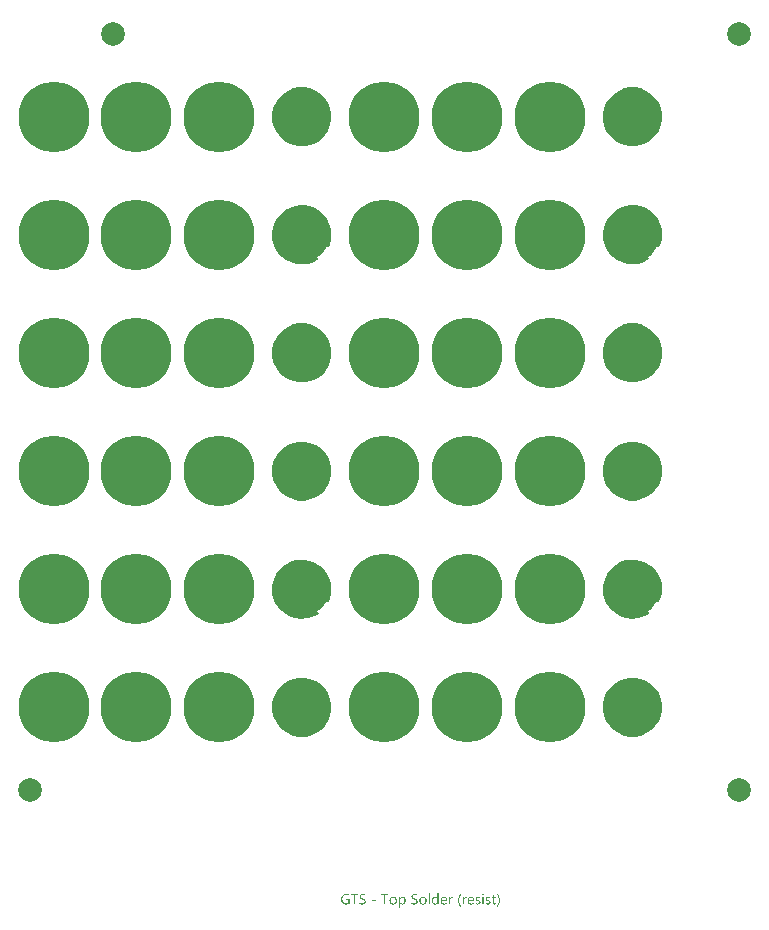
<source format=gts>
G04*
G04 #@! TF.GenerationSoftware,Altium Limited,Altium Designer,22.11.1 (43)*
G04*
G04 Layer_Color=8388736*
%FSLAX44Y44*%
%MOMM*%
G71*
G04*
G04 #@! TF.SameCoordinates,8AD1E97E-50D3-4F0F-8D34-8AA03B0C27D3*
G04*
G04*
G04 #@! TF.FilePolarity,Negative*
G04*
G01*
G75*
%ADD14C,4.4000*%
%ADD16C,6.0000*%
%ADD22C,2.0000*%
%ADD23C,1.2000*%
G36*
X357292Y424115D02*
X361842Y422230D01*
X365937Y419494D01*
X369419Y416012D01*
X372155Y411917D01*
X374039Y407368D01*
X375000Y402538D01*
X375000Y400075D01*
X375000Y397613D01*
X374039Y392783D01*
X372155Y388233D01*
X369419Y384139D01*
X365937Y380657D01*
X361842Y377921D01*
X357292Y376036D01*
X352462Y375075D01*
X347538Y375075D01*
X342708Y376036D01*
X338158Y377921D01*
X334063Y380657D01*
X330581Y384139D01*
X327845Y388233D01*
X325961Y392783D01*
X325000Y397613D01*
X325000Y400075D01*
X325000Y402538D01*
X325961Y407368D01*
X327845Y411917D01*
X330581Y416012D01*
X334063Y419494D01*
X338158Y422230D01*
X342708Y424115D01*
X347538Y425075D01*
X352462Y425075D01*
X357292Y424115D01*
X357292Y424115D02*
G37*
G36*
X287292Y424115D02*
X291842Y422230D01*
X295937Y419494D01*
X299419Y416012D01*
X302155Y411917D01*
X304039Y407368D01*
X305000Y402538D01*
X305000Y400075D01*
X305000Y397613D01*
X304039Y392783D01*
X302155Y388233D01*
X299419Y384139D01*
X295937Y380657D01*
X291842Y377921D01*
X287292Y376036D01*
X282462Y375075D01*
X277538Y375075D01*
X272708Y376036D01*
X268158Y377921D01*
X264063Y380657D01*
X260581Y384139D01*
X257845Y388233D01*
X255961Y392783D01*
X255000Y397613D01*
X255000Y400075D01*
X255000Y402538D01*
X255961Y407368D01*
X257845Y411917D01*
X260581Y416012D01*
X264063Y419494D01*
X268158Y422230D01*
X272708Y424115D01*
X277538Y425075D01*
X282462Y425075D01*
X287292Y424115D01*
X287292Y424115D02*
G37*
G36*
X217292Y424115D02*
X221842Y422230D01*
X225937Y419494D01*
X229419Y416012D01*
X232155Y411917D01*
X234039Y407368D01*
X235000Y402538D01*
X235000Y400075D01*
X235000Y397613D01*
X234039Y392783D01*
X232155Y388233D01*
X229419Y384139D01*
X225937Y380657D01*
X221842Y377921D01*
X217292Y376036D01*
X212462Y375075D01*
X207538Y375075D01*
X202708Y376036D01*
X198158Y377921D01*
X194063Y380657D01*
X190581Y384139D01*
X187845Y388233D01*
X185961Y392783D01*
X185000Y397613D01*
X185000Y400075D01*
X185000Y402538D01*
X185961Y407368D01*
X187845Y411917D01*
X190581Y416012D01*
X194063Y419494D01*
X198158Y422230D01*
X202708Y424115D01*
X207538Y425075D01*
X212462Y425075D01*
X217292Y424115D01*
X217292Y424115D02*
G37*
G36*
X147292Y424115D02*
X151842Y422230D01*
X155937Y419494D01*
X159419Y416012D01*
X162155Y411917D01*
X164039Y407368D01*
X165000Y402538D01*
X165000Y400075D01*
X165000Y397613D01*
X164039Y392783D01*
X162155Y388233D01*
X159419Y384139D01*
X155937Y380657D01*
X151842Y377921D01*
X147292Y376036D01*
X142462Y375075D01*
X137538Y375075D01*
X132708Y376036D01*
X128158Y377921D01*
X124063Y380657D01*
X120581Y384139D01*
X117845Y388233D01*
X115961Y392783D01*
X115000Y397613D01*
X115000Y400075D01*
X115000Y402538D01*
X115961Y407368D01*
X117845Y411917D01*
X120581Y416012D01*
X124063Y419494D01*
X128158Y422230D01*
X132708Y424115D01*
X137538Y425075D01*
X142462Y425075D01*
X147292Y424115D01*
X147292Y424115D02*
G37*
G36*
X77292Y424115D02*
X81842Y422230D01*
X85937Y419494D01*
X89419Y416012D01*
X92155Y411917D01*
X94039Y407368D01*
X95000Y402538D01*
X95000Y400075D01*
X95000Y397613D01*
X94039Y392783D01*
X92155Y388233D01*
X89419Y384139D01*
X85937Y380657D01*
X81842Y377921D01*
X77292Y376036D01*
X72462Y375075D01*
X67538Y375075D01*
X62708Y376036D01*
X58158Y377921D01*
X54063Y380657D01*
X50581Y384139D01*
X47845Y388233D01*
X45961Y392783D01*
X45000Y397613D01*
X45000Y400075D01*
X45000Y402538D01*
X45961Y407368D01*
X47845Y411917D01*
X50581Y416012D01*
X54063Y419494D01*
X58158Y422230D01*
X62708Y424115D01*
X67538Y425075D01*
X72462Y425075D01*
X77292Y424115D01*
X77292Y424115D02*
G37*
G36*
X7292Y424115D02*
X11842Y422230D01*
X15937Y419494D01*
X19419Y416012D01*
X22155Y411917D01*
X24039Y407368D01*
X25000Y402538D01*
X25000Y400075D01*
X25000Y397613D01*
X24039Y392783D01*
X22155Y388233D01*
X19419Y384139D01*
X15937Y380657D01*
X11842Y377921D01*
X7292Y376036D01*
X2462Y375075D01*
X-2462Y375075D01*
X-7292Y376036D01*
X-11842Y377921D01*
X-15937Y380657D01*
X-19419Y384139D01*
X-22155Y388233D01*
X-24039Y392783D01*
X-25000Y397613D01*
X-25000Y400075D01*
X-25000Y402538D01*
X-24039Y407368D01*
X-22155Y411917D01*
X-19419Y416012D01*
X-15937Y419494D01*
X-11842Y422230D01*
X-7292Y424115D01*
X-2462Y425075D01*
X2462Y425075D01*
X7292Y424115D01*
X7292Y424115D02*
G37*
G36*
X-62708Y424115D02*
X-58158Y422230D01*
X-54063Y419494D01*
X-50581Y416012D01*
X-47845Y411917D01*
X-45961Y407368D01*
X-45000Y402538D01*
X-45000Y400075D01*
X-45000Y397613D01*
X-45961Y392783D01*
X-47845Y388233D01*
X-50581Y384139D01*
X-54063Y380657D01*
X-58158Y377921D01*
X-62708Y376036D01*
X-67538Y375075D01*
X-72462Y375075D01*
X-77292Y376036D01*
X-81842Y377921D01*
X-85937Y380657D01*
X-89419Y384139D01*
X-92155Y388233D01*
X-94039Y392783D01*
X-95000Y397613D01*
X-95000Y400075D01*
X-95000Y402538D01*
X-94039Y407368D01*
X-92155Y411917D01*
X-89419Y416012D01*
X-85937Y419494D01*
X-81842Y422230D01*
X-77292Y424115D01*
X-72462Y425075D01*
X-67538Y425075D01*
X-62708Y424115D01*
X-62708Y424115D02*
G37*
G36*
X-132708Y424115D02*
X-128158Y422230D01*
X-124063Y419494D01*
X-120581Y416012D01*
X-117845Y411917D01*
X-115961Y407368D01*
X-115000Y402538D01*
X-115000Y400075D01*
X-115000Y397613D01*
X-115961Y392783D01*
X-117845Y388233D01*
X-120581Y384139D01*
X-124063Y380657D01*
X-128158Y377921D01*
X-132708Y376036D01*
X-137538Y375075D01*
X-142462Y375075D01*
X-147292Y376036D01*
X-151842Y377921D01*
X-155937Y380657D01*
X-159419Y384139D01*
X-162155Y388233D01*
X-164039Y392783D01*
X-165000Y397613D01*
X-165000Y400075D01*
X-165000Y402538D01*
X-164039Y407368D01*
X-162155Y411917D01*
X-159419Y416012D01*
X-155937Y419494D01*
X-151842Y422230D01*
X-147292Y424115D01*
X-142462Y425075D01*
X-137538Y425075D01*
X-132708Y424115D01*
X-132708Y424115D02*
G37*
G36*
X352937Y325005D02*
X357352Y324076D01*
X361530Y322372D01*
X365335Y319948D01*
X368645Y316882D01*
X371352Y313273D01*
X373370Y309237D01*
X374632Y304905D01*
X375099Y300418D01*
X374755Y295919D01*
X373611Y291555D01*
X372658Y289510D01*
X370845Y290355D01*
X370208Y288989D01*
X368588Y286446D01*
X366650Y284137D01*
X364427Y282100D01*
X363192Y281235D01*
X363192Y281235D01*
X363192Y281235D01*
X363192Y281235D01*
X364339Y279597D01*
X362491Y278303D01*
X358392Y276418D01*
X354021Y275298D01*
X349521Y274978D01*
X345036Y275470D01*
X340711Y276756D01*
X336687Y278795D01*
X333092Y281522D01*
X330044Y284849D01*
X327640Y288667D01*
X325960Y292854D01*
X325055Y297275D01*
X324957Y301786D01*
X325667Y306241D01*
X327164Y310497D01*
X329399Y314417D01*
X332299Y317873D01*
X335771Y320755D01*
X339703Y322968D01*
X343967Y324441D01*
X348427Y325128D01*
X352937Y325005D01*
X352937Y325005D02*
G37*
G36*
X282937Y325005D02*
X287352Y324076D01*
X291530Y322372D01*
X295335Y319948D01*
X298645Y316882D01*
X301352Y313273D01*
X303370Y309237D01*
X304632Y304905D01*
X305099Y300418D01*
X304755Y295919D01*
X303611Y291555D01*
X302658Y289510D01*
X300845Y290355D01*
X300208Y288989D01*
X298588Y286446D01*
X296650Y284137D01*
X294427Y282100D01*
X293192Y281235D01*
X293192Y281235D01*
X293192Y281235D01*
X293192Y281235D01*
X294339Y279597D01*
X292491Y278303D01*
X288392Y276418D01*
X284021Y275298D01*
X279521Y274978D01*
X275036Y275470D01*
X270711Y276756D01*
X266687Y278795D01*
X263092Y281522D01*
X260044Y284849D01*
X257641Y288667D01*
X255959Y292854D01*
X255055Y297275D01*
X254957Y301786D01*
X255667Y306241D01*
X257164Y310497D01*
X259399Y314417D01*
X262299Y317873D01*
X265771Y320755D01*
X269703Y322968D01*
X273967Y324441D01*
X278427Y325128D01*
X282937Y325005D01*
X282937Y325005D02*
G37*
G36*
X212937Y325005D02*
X217352Y324076D01*
X221530Y322372D01*
X225335Y319948D01*
X228645Y316882D01*
X231352Y313273D01*
X233370Y309237D01*
X234632Y304905D01*
X235099Y300418D01*
X234755Y295919D01*
X233611Y291555D01*
X232658Y289510D01*
X230845Y290355D01*
X230208Y288989D01*
X228588Y286446D01*
X226650Y284137D01*
X224427Y282100D01*
X223192Y281235D01*
X223192Y281235D01*
X223192Y281235D01*
X223192Y281235D01*
X224339Y279597D01*
X222491Y278303D01*
X218392Y276418D01*
X214021Y275298D01*
X209521Y274978D01*
X205036Y275470D01*
X200711Y276756D01*
X196687Y278795D01*
X193092Y281522D01*
X190044Y284849D01*
X187640Y288667D01*
X185959Y292854D01*
X185055Y297275D01*
X184957Y301786D01*
X185667Y306241D01*
X187164Y310497D01*
X189399Y314417D01*
X192299Y317873D01*
X195771Y320755D01*
X199703Y322968D01*
X203967Y324441D01*
X208427Y325128D01*
X212937Y325005D01*
X212937Y325005D02*
G37*
G36*
X142937Y325005D02*
X147352Y324076D01*
X151530Y322372D01*
X155335Y319948D01*
X158645Y316882D01*
X161352Y313273D01*
X163370Y309237D01*
X164632Y304905D01*
X165099Y300418D01*
X164755Y295919D01*
X163611Y291555D01*
X162658Y289510D01*
X160845Y290355D01*
X160208Y288989D01*
X158588Y286446D01*
X156650Y284137D01*
X154427Y282100D01*
X153192Y281235D01*
X153192Y281235D01*
X153192Y281235D01*
X153192Y281235D01*
X154339Y279597D01*
X152492Y278303D01*
X148392Y276418D01*
X144021Y275298D01*
X139521Y274978D01*
X135036Y275470D01*
X130711Y276756D01*
X126687Y278795D01*
X123092Y281522D01*
X120044Y284849D01*
X117641Y288667D01*
X115960Y292854D01*
X115055Y297275D01*
X114957Y301786D01*
X115667Y306241D01*
X117164Y310497D01*
X119399Y314417D01*
X122299Y317873D01*
X125771Y320755D01*
X129703Y322968D01*
X133967Y324441D01*
X138427Y325128D01*
X142937Y325005D01*
X142937Y325005D02*
G37*
G36*
X72937Y325005D02*
X77352Y324076D01*
X81530Y322372D01*
X85335Y319948D01*
X88645Y316882D01*
X91352Y313273D01*
X93370Y309237D01*
X94633Y304905D01*
X95099Y300418D01*
X94755Y295919D01*
X93611Y291555D01*
X92658Y289510D01*
X90845Y290355D01*
X90208Y288989D01*
X88588Y286446D01*
X86650Y284137D01*
X84427Y282100D01*
X83192Y281235D01*
X83192Y281235D01*
X83192Y281235D01*
X83192Y281235D01*
X84339Y279597D01*
X82492Y278303D01*
X78392Y276418D01*
X74021Y275298D01*
X69521Y274978D01*
X65036Y275470D01*
X60711Y276756D01*
X56687Y278795D01*
X53092Y281522D01*
X50044Y284849D01*
X47641Y288667D01*
X45960Y292854D01*
X45055Y297275D01*
X44957Y301786D01*
X45667Y306241D01*
X47164Y310497D01*
X49399Y314417D01*
X52299Y317873D01*
X55771Y320755D01*
X59703Y322968D01*
X63967Y324441D01*
X68427Y325128D01*
X72937Y325005D01*
X72937Y325005D02*
G37*
G36*
X2937Y325005D02*
X7352Y324076D01*
X11530Y322372D01*
X15335Y319948D01*
X18645Y316882D01*
X21352Y313273D01*
X23370Y309237D01*
X24632Y304905D01*
X25099Y300418D01*
X24755Y295919D01*
X23611Y291555D01*
X22658Y289510D01*
X20845Y290355D01*
X20208Y288989D01*
X18588Y286446D01*
X16650Y284137D01*
X14427Y282100D01*
X13192Y281235D01*
X13192Y281235D01*
X13192Y281235D01*
X13192Y281235D01*
X14339Y279597D01*
X12492Y278303D01*
X8392Y276418D01*
X4021Y275298D01*
X-479Y274978D01*
X-4964Y275470D01*
X-9289Y276756D01*
X-13313Y278795D01*
X-16908Y281522D01*
X-19956Y284849D01*
X-22359Y288667D01*
X-24041Y292854D01*
X-24945Y297275D01*
X-25043Y301786D01*
X-24333Y306241D01*
X-22836Y310497D01*
X-20601Y314417D01*
X-17701Y317873D01*
X-14229Y320755D01*
X-10297Y322968D01*
X-6033Y324441D01*
X-1573Y325128D01*
X2937Y325005D01*
X2937Y325005D02*
G37*
G36*
X-67063Y325005D02*
X-62648Y324076D01*
X-58470Y322372D01*
X-54665Y319948D01*
X-51355Y316882D01*
X-48648Y313273D01*
X-46630Y309237D01*
X-45367Y304905D01*
X-44901Y300418D01*
X-45245Y295919D01*
X-46389Y291555D01*
X-47342Y289510D01*
X-49155Y290355D01*
X-49792Y288989D01*
X-51412Y286446D01*
X-53350Y284137D01*
X-55573Y282100D01*
X-56808Y281235D01*
X-56808Y281235D01*
X-56808Y281235D01*
X-56808Y281235D01*
X-55661Y279597D01*
X-57509Y278303D01*
X-61608Y276418D01*
X-65979Y275298D01*
X-70479Y274978D01*
X-74964Y275470D01*
X-79289Y276756D01*
X-83313Y278795D01*
X-86908Y281522D01*
X-89956Y284849D01*
X-92360Y288667D01*
X-94040Y292854D01*
X-94945Y297275D01*
X-95043Y301786D01*
X-94333Y306241D01*
X-92836Y310497D01*
X-90601Y314417D01*
X-87701Y317873D01*
X-84229Y320755D01*
X-80297Y322968D01*
X-76033Y324441D01*
X-71573Y325128D01*
X-67063Y325005D01*
X-67063Y325005D02*
G37*
G36*
X-137063Y325005D02*
X-132648Y324076D01*
X-128470Y322372D01*
X-124665Y319948D01*
X-121355Y316882D01*
X-118648Y313273D01*
X-116630Y309237D01*
X-115367Y304905D01*
X-114901Y300418D01*
X-115245Y295919D01*
X-116389Y291555D01*
X-117342Y289510D01*
X-119155Y290355D01*
X-119792Y288989D01*
X-121412Y286446D01*
X-123350Y284137D01*
X-125573Y282100D01*
X-126808Y281235D01*
X-126808Y281235D01*
X-126808Y281235D01*
X-126808Y281235D01*
X-125661Y279597D01*
X-127508Y278303D01*
X-131608Y276418D01*
X-135979Y275298D01*
X-140479Y274978D01*
X-144964Y275470D01*
X-149289Y276756D01*
X-153313Y278795D01*
X-156908Y281522D01*
X-159956Y284849D01*
X-162359Y288667D01*
X-164041Y292854D01*
X-164945Y297275D01*
X-165043Y301786D01*
X-164333Y306241D01*
X-162836Y310497D01*
X-160601Y314417D01*
X-157701Y317873D01*
X-154229Y320755D01*
X-150297Y322968D01*
X-146033Y324441D01*
X-141573Y325128D01*
X-137063Y325005D01*
X-137063Y325005D02*
G37*
G36*
X357292Y224115D02*
X361842Y222230D01*
X365937Y219494D01*
X369419Y216012D01*
X372155Y211917D01*
X374039Y207368D01*
X375000Y202538D01*
X375000Y200075D01*
X375000Y197613D01*
X374039Y192783D01*
X372155Y188234D01*
X369419Y184139D01*
X365937Y180657D01*
X361842Y177921D01*
X357292Y176036D01*
X352462Y175075D01*
X347538Y175075D01*
X342708Y176036D01*
X338158Y177921D01*
X334063Y180657D01*
X330581Y184139D01*
X327845Y188234D01*
X325961Y192783D01*
X325000Y197613D01*
X325000Y200075D01*
X325000Y202538D01*
X325961Y207368D01*
X327845Y211917D01*
X330581Y216012D01*
X334063Y219494D01*
X338158Y222230D01*
X342708Y224115D01*
X347538Y225075D01*
X352462Y225075D01*
X357292Y224115D01*
X357292Y224115D02*
G37*
G36*
X77292Y224115D02*
X81842Y222230D01*
X85937Y219494D01*
X89419Y216012D01*
X92155Y211917D01*
X94039Y207368D01*
X95000Y202538D01*
X95000Y200075D01*
X95000Y197613D01*
X94039Y192783D01*
X92155Y188234D01*
X89419Y184139D01*
X85937Y180657D01*
X81842Y177921D01*
X77292Y176036D01*
X72462Y175075D01*
X67538Y175075D01*
X62708Y176036D01*
X58158Y177921D01*
X54063Y180657D01*
X50581Y184139D01*
X47845Y188234D01*
X45961Y192783D01*
X45000Y197613D01*
X45000Y200075D01*
X45000Y202538D01*
X45961Y207368D01*
X47845Y211917D01*
X50581Y216012D01*
X54063Y219494D01*
X58158Y222230D01*
X62708Y224115D01*
X67538Y225075D01*
X72462Y225075D01*
X77292Y224115D01*
X77292Y224115D02*
G37*
G36*
X357292Y124039D02*
X361842Y122155D01*
X365937Y119419D01*
X369419Y115937D01*
X372155Y111842D01*
X374039Y107292D01*
X375000Y102462D01*
X375000Y100000D01*
X375000Y97538D01*
X374039Y92708D01*
X372155Y88158D01*
X369419Y84063D01*
X365937Y80581D01*
X361842Y77845D01*
X357292Y75961D01*
X352462Y75000D01*
X347538Y75000D01*
X342708Y75961D01*
X338158Y77845D01*
X334063Y80581D01*
X330581Y84063D01*
X327845Y88158D01*
X325961Y92708D01*
X325000Y97538D01*
X325000Y100000D01*
X325000Y102462D01*
X325961Y107292D01*
X327845Y111842D01*
X330581Y115937D01*
X334063Y119419D01*
X338158Y122155D01*
X342708Y124039D01*
X347538Y125000D01*
X352462Y125000D01*
X357292Y124039D01*
X357292Y124039D02*
G37*
G36*
X287292Y124039D02*
X291842Y122155D01*
X295937Y119419D01*
X299419Y115937D01*
X302155Y111842D01*
X304039Y107292D01*
X305000Y102462D01*
X305000Y100000D01*
X305000Y97538D01*
X304039Y92708D01*
X302155Y88158D01*
X299419Y84063D01*
X295937Y80581D01*
X291842Y77845D01*
X287292Y75961D01*
X282462Y75000D01*
X277538Y75000D01*
X272708Y75961D01*
X268158Y77845D01*
X264063Y80581D01*
X260581Y84063D01*
X257845Y88158D01*
X255961Y92708D01*
X255000Y97538D01*
X255000Y100000D01*
X255000Y102462D01*
X255961Y107292D01*
X257845Y111842D01*
X260581Y115937D01*
X264063Y119419D01*
X268158Y122155D01*
X272708Y124039D01*
X277538Y125000D01*
X282462Y125000D01*
X287292Y124039D01*
X287292Y124039D02*
G37*
G36*
X217292Y124039D02*
X221842Y122155D01*
X225937Y119419D01*
X229419Y115937D01*
X232155Y111842D01*
X234039Y107292D01*
X235000Y102462D01*
X235000Y100000D01*
X235000Y97538D01*
X234039Y92708D01*
X232155Y88158D01*
X229419Y84063D01*
X225937Y80581D01*
X221842Y77845D01*
X217292Y75961D01*
X212462Y75000D01*
X207538Y75000D01*
X202708Y75961D01*
X198158Y77845D01*
X194063Y80581D01*
X190581Y84063D01*
X187845Y88158D01*
X185961Y92708D01*
X185000Y97538D01*
X185000Y100000D01*
X185000Y102462D01*
X185961Y107292D01*
X187845Y111842D01*
X190581Y115937D01*
X194063Y119419D01*
X198158Y122155D01*
X202708Y124039D01*
X207538Y125000D01*
X212462Y125000D01*
X217292Y124039D01*
X217292Y124039D02*
G37*
G36*
X147292Y124039D02*
X151842Y122155D01*
X155937Y119419D01*
X159419Y115937D01*
X162155Y111842D01*
X164039Y107292D01*
X165000Y102462D01*
X165000Y100000D01*
X165000Y97538D01*
X164039Y92708D01*
X162155Y88158D01*
X159419Y84063D01*
X155937Y80581D01*
X151842Y77845D01*
X147292Y75961D01*
X142462Y75000D01*
X137538Y75000D01*
X132708Y75961D01*
X128158Y77845D01*
X124063Y80581D01*
X120581Y84063D01*
X117845Y88158D01*
X115961Y92708D01*
X115000Y97538D01*
X115000Y100000D01*
X115000Y102462D01*
X115961Y107292D01*
X117845Y111842D01*
X120581Y115937D01*
X124063Y119419D01*
X128158Y122155D01*
X132708Y124039D01*
X137538Y125000D01*
X142462Y125000D01*
X147292Y124039D01*
X147292Y124039D02*
G37*
G36*
X77292Y124039D02*
X81842Y122155D01*
X85937Y119419D01*
X89419Y115937D01*
X92155Y111842D01*
X94039Y107292D01*
X95000Y102462D01*
X95000Y100000D01*
X95000Y97538D01*
X94039Y92708D01*
X92155Y88158D01*
X89419Y84063D01*
X85937Y80581D01*
X81842Y77845D01*
X77292Y75961D01*
X72462Y75000D01*
X67538Y75000D01*
X62708Y75961D01*
X58158Y77845D01*
X54063Y80581D01*
X50581Y84063D01*
X47845Y88158D01*
X45961Y92708D01*
X45000Y97538D01*
X45000Y100000D01*
X45000Y102462D01*
X45961Y107292D01*
X47845Y111842D01*
X50581Y115937D01*
X54063Y119419D01*
X58158Y122155D01*
X62708Y124039D01*
X67538Y125000D01*
X72462Y125000D01*
X77292Y124039D01*
X77292Y124039D02*
G37*
G36*
X7292Y124039D02*
X11842Y122155D01*
X15937Y119419D01*
X19419Y115937D01*
X22155Y111842D01*
X24039Y107292D01*
X25000Y102462D01*
X25000Y100000D01*
X25000Y97538D01*
X24039Y92708D01*
X22155Y88158D01*
X19419Y84063D01*
X15937Y80581D01*
X11842Y77845D01*
X7292Y75961D01*
X2462Y75000D01*
X-2462Y75000D01*
X-7292Y75961D01*
X-11842Y77845D01*
X-15937Y80581D01*
X-19419Y84063D01*
X-22155Y88158D01*
X-24039Y92708D01*
X-25000Y97538D01*
X-25000Y100000D01*
X-25000Y102462D01*
X-24039Y107292D01*
X-22155Y111842D01*
X-19419Y115937D01*
X-15937Y119419D01*
X-11842Y122155D01*
X-7292Y124039D01*
X-2462Y125000D01*
X2462Y125000D01*
X7292Y124039D01*
X7292Y124039D02*
G37*
G36*
X-62708Y124039D02*
X-58158Y122155D01*
X-54063Y119419D01*
X-50581Y115937D01*
X-47845Y111842D01*
X-45961Y107292D01*
X-45000Y102462D01*
X-45000Y100000D01*
X-45000Y97538D01*
X-45961Y92708D01*
X-47845Y88158D01*
X-50581Y84063D01*
X-54063Y80581D01*
X-58158Y77845D01*
X-62708Y75961D01*
X-67538Y75000D01*
X-72462Y75000D01*
X-77292Y75961D01*
X-81842Y77845D01*
X-85937Y80581D01*
X-89419Y84063D01*
X-92155Y88158D01*
X-94039Y92708D01*
X-95000Y97538D01*
X-95000Y100000D01*
X-95000Y102462D01*
X-94039Y107292D01*
X-92155Y111842D01*
X-89419Y115937D01*
X-85937Y119419D01*
X-81842Y122155D01*
X-77292Y124039D01*
X-72462Y125000D01*
X-67538Y125000D01*
X-62708Y124039D01*
X-62708Y124039D02*
G37*
G36*
X-132708Y124039D02*
X-128158Y122155D01*
X-124063Y119419D01*
X-120581Y115937D01*
X-117845Y111842D01*
X-115961Y107292D01*
X-115000Y102462D01*
X-115000Y100000D01*
X-115000Y97538D01*
X-115961Y92708D01*
X-117845Y88158D01*
X-120581Y84063D01*
X-124063Y80581D01*
X-128158Y77845D01*
X-132708Y75961D01*
X-137538Y75000D01*
X-142462Y75000D01*
X-147292Y75961D01*
X-151842Y77845D01*
X-155937Y80581D01*
X-159419Y84063D01*
X-162155Y88158D01*
X-164039Y92708D01*
X-165000Y97538D01*
X-165000Y100000D01*
X-165000Y102462D01*
X-164039Y107292D01*
X-162155Y111842D01*
X-159419Y115937D01*
X-155937Y119419D01*
X-151842Y122155D01*
X-147292Y124039D01*
X-142462Y125000D01*
X-137538Y125000D01*
X-132708Y124039D01*
X-132708Y124039D02*
G37*
G36*
X352937Y24929D02*
X357352Y24001D01*
X361530Y22297D01*
X365335Y19873D01*
X368645Y16806D01*
X371352Y13197D01*
X373370Y9162D01*
X374632Y4830D01*
X375099Y342D01*
X374755Y-4157D01*
X373611Y-8521D01*
X372658Y-10565D01*
X370845Y-9720D01*
X370208Y-11086D01*
X368588Y-13629D01*
X366650Y-15939D01*
X364427Y-17976D01*
X363192Y-18841D01*
X363192Y-18841D01*
X363192Y-18841D01*
X363192Y-18841D01*
X364339Y-20479D01*
X362491Y-21773D01*
X358392Y-23657D01*
X354021Y-24777D01*
X349521Y-25097D01*
X345036Y-24606D01*
X340711Y-23320D01*
X336687Y-21280D01*
X333092Y-18553D01*
X330044Y-15227D01*
X327640Y-11408D01*
X325960Y-7221D01*
X325055Y-2801D01*
X324957Y1710D01*
X325667Y6166D01*
X327164Y10422D01*
X329399Y14342D01*
X332299Y17798D01*
X335771Y20679D01*
X339703Y22892D01*
X343967Y24366D01*
X348427Y25052D01*
X352937Y24929D01*
X352937Y24929D02*
G37*
G36*
X282937Y24929D02*
X287352Y24001D01*
X291530Y22297D01*
X295335Y19873D01*
X298645Y16806D01*
X301352Y13197D01*
X303370Y9162D01*
X304632Y4830D01*
X305099Y342D01*
X304755Y-4157D01*
X303611Y-8521D01*
X302658Y-10565D01*
X300845Y-9720D01*
X300208Y-11086D01*
X298588Y-13629D01*
X296650Y-15939D01*
X294427Y-17976D01*
X293192Y-18841D01*
X293192Y-18841D01*
X293192Y-18841D01*
X293192Y-18841D01*
X294339Y-20479D01*
X292491Y-21773D01*
X288392Y-23657D01*
X284021Y-24777D01*
X279521Y-25097D01*
X275036Y-24606D01*
X270711Y-23320D01*
X266687Y-21280D01*
X263092Y-18553D01*
X260044Y-15227D01*
X257641Y-11408D01*
X255959Y-7221D01*
X255055Y-2801D01*
X254957Y1710D01*
X255667Y6166D01*
X257164Y10422D01*
X259399Y14342D01*
X262299Y17798D01*
X265771Y20679D01*
X269703Y22892D01*
X273967Y24366D01*
X278427Y25052D01*
X282937Y24929D01*
X282937Y24929D02*
G37*
G36*
X212937Y24929D02*
X217352Y24001D01*
X221530Y22297D01*
X225335Y19873D01*
X228645Y16806D01*
X231352Y13197D01*
X233370Y9162D01*
X234632Y4830D01*
X235099Y342D01*
X234755Y-4157D01*
X233611Y-8521D01*
X232658Y-10565D01*
X230845Y-9720D01*
X230208Y-11086D01*
X228588Y-13629D01*
X226650Y-15939D01*
X224427Y-17976D01*
X223192Y-18841D01*
X223192Y-18841D01*
X223192Y-18841D01*
X223192Y-18841D01*
X224339Y-20479D01*
X222491Y-21773D01*
X218392Y-23657D01*
X214021Y-24777D01*
X209521Y-25097D01*
X205036Y-24606D01*
X200711Y-23320D01*
X196687Y-21280D01*
X193092Y-18553D01*
X190044Y-15227D01*
X187640Y-11408D01*
X185959Y-7221D01*
X185055Y-2801D01*
X184957Y1710D01*
X185667Y6166D01*
X187164Y10422D01*
X189399Y14342D01*
X192299Y17798D01*
X195771Y20679D01*
X199703Y22892D01*
X203967Y24366D01*
X208427Y25052D01*
X212937Y24929D01*
X212937Y24929D02*
G37*
G36*
X142937Y24929D02*
X147352Y24001D01*
X151530Y22297D01*
X155335Y19873D01*
X158645Y16806D01*
X161352Y13197D01*
X163370Y9162D01*
X164632Y4830D01*
X165099Y342D01*
X164755Y-4157D01*
X163611Y-8521D01*
X162658Y-10565D01*
X160845Y-9720D01*
X160208Y-11086D01*
X158588Y-13629D01*
X156650Y-15939D01*
X154427Y-17976D01*
X153192Y-18841D01*
X153192Y-18841D01*
X153192Y-18841D01*
X153192Y-18841D01*
X154339Y-20479D01*
X152492Y-21773D01*
X148392Y-23657D01*
X144021Y-24777D01*
X139521Y-25097D01*
X135036Y-24606D01*
X130711Y-23320D01*
X126687Y-21280D01*
X123092Y-18553D01*
X120044Y-15227D01*
X117641Y-11408D01*
X115960Y-7221D01*
X115055Y-2801D01*
X114957Y1710D01*
X115667Y6166D01*
X117164Y10422D01*
X119399Y14342D01*
X122299Y17798D01*
X125771Y20679D01*
X129703Y22892D01*
X133967Y24366D01*
X138427Y25052D01*
X142937Y24929D01*
X142937Y24929D02*
G37*
G36*
X72937Y24929D02*
X77352Y24001D01*
X81530Y22297D01*
X85335Y19873D01*
X88645Y16806D01*
X91352Y13197D01*
X93370Y9162D01*
X94633Y4830D01*
X95099Y342D01*
X94755Y-4157D01*
X93611Y-8521D01*
X92658Y-10565D01*
X90845Y-9720D01*
X90208Y-11086D01*
X88588Y-13629D01*
X86650Y-15939D01*
X84427Y-17976D01*
X83192Y-18841D01*
X83192Y-18841D01*
X83192Y-18841D01*
X83192Y-18841D01*
X84339Y-20479D01*
X82492Y-21773D01*
X78392Y-23657D01*
X74021Y-24777D01*
X69521Y-25097D01*
X65036Y-24606D01*
X60711Y-23320D01*
X56687Y-21280D01*
X53092Y-18553D01*
X50044Y-15227D01*
X47641Y-11408D01*
X45960Y-7221D01*
X45055Y-2801D01*
X44957Y1710D01*
X45667Y6166D01*
X47164Y10422D01*
X49399Y14342D01*
X52299Y17798D01*
X55771Y20679D01*
X59703Y22892D01*
X63967Y24366D01*
X68427Y25052D01*
X72937Y24929D01*
X72937Y24929D02*
G37*
G36*
X2937Y24929D02*
X7352Y24001D01*
X11530Y22297D01*
X15335Y19873D01*
X18645Y16806D01*
X21352Y13197D01*
X23370Y9162D01*
X24632Y4830D01*
X25099Y342D01*
X24755Y-4157D01*
X23611Y-8521D01*
X22658Y-10565D01*
X20845Y-9720D01*
X20208Y-11086D01*
X18588Y-13629D01*
X16650Y-15939D01*
X14427Y-17976D01*
X13192Y-18841D01*
X13192Y-18841D01*
X13192Y-18841D01*
X13192Y-18841D01*
X14339Y-20479D01*
X12492Y-21773D01*
X8392Y-23657D01*
X4021Y-24777D01*
X-479Y-25097D01*
X-4964Y-24606D01*
X-9289Y-23320D01*
X-13313Y-21280D01*
X-16908Y-18553D01*
X-19956Y-15227D01*
X-22359Y-11408D01*
X-24041Y-7221D01*
X-24945Y-2801D01*
X-25043Y1710D01*
X-24333Y6166D01*
X-22836Y10422D01*
X-20601Y14342D01*
X-17701Y17798D01*
X-14229Y20679D01*
X-10297Y22892D01*
X-6033Y24366D01*
X-1573Y25052D01*
X2937Y24929D01*
X2937Y24929D02*
G37*
G36*
X-67063Y24929D02*
X-62648Y24001D01*
X-58470Y22297D01*
X-54665Y19873D01*
X-51355Y16806D01*
X-48648Y13197D01*
X-46630Y9162D01*
X-45367Y4830D01*
X-44901Y342D01*
X-45245Y-4157D01*
X-46389Y-8521D01*
X-47342Y-10565D01*
X-49155Y-9720D01*
X-49792Y-11086D01*
X-51412Y-13629D01*
X-53350Y-15939D01*
X-55573Y-17976D01*
X-56808Y-18841D01*
X-56808Y-18841D01*
X-56808Y-18841D01*
X-56808Y-18841D01*
X-55661Y-20479D01*
X-57509Y-21773D01*
X-61608Y-23657D01*
X-65979Y-24777D01*
X-70479Y-25097D01*
X-74964Y-24606D01*
X-79289Y-23320D01*
X-83313Y-21280D01*
X-86908Y-18553D01*
X-89956Y-15227D01*
X-92360Y-11408D01*
X-94040Y-7221D01*
X-94945Y-2801D01*
X-95043Y1710D01*
X-94333Y6166D01*
X-92836Y10422D01*
X-90601Y14342D01*
X-87701Y17798D01*
X-84229Y20679D01*
X-80297Y22892D01*
X-76033Y24366D01*
X-71573Y25052D01*
X-67063Y24929D01*
X-67063Y24929D02*
G37*
G36*
X-137063Y24929D02*
X-132648Y24001D01*
X-128470Y22297D01*
X-124665Y19873D01*
X-121355Y16806D01*
X-118648Y13197D01*
X-116630Y9162D01*
X-115367Y4830D01*
X-114901Y342D01*
X-115245Y-4157D01*
X-116389Y-8521D01*
X-117342Y-10565D01*
X-119155Y-9720D01*
X-119792Y-11086D01*
X-121412Y-13629D01*
X-123350Y-15939D01*
X-125573Y-17976D01*
X-126808Y-18841D01*
X-126808Y-18841D01*
X-126808Y-18841D01*
X-126808Y-18841D01*
X-125661Y-20479D01*
X-127508Y-21773D01*
X-131608Y-23657D01*
X-135979Y-24777D01*
X-140479Y-25097D01*
X-144964Y-24606D01*
X-149289Y-23320D01*
X-153313Y-21280D01*
X-156908Y-18553D01*
X-159956Y-15227D01*
X-162359Y-11408D01*
X-164041Y-7221D01*
X-164945Y-2801D01*
X-165043Y1710D01*
X-164333Y6166D01*
X-162836Y10422D01*
X-160601Y14342D01*
X-157701Y17798D01*
X-154229Y20679D01*
X-150297Y22892D01*
X-146033Y24366D01*
X-141573Y25052D01*
X-137063Y24929D01*
X-137063Y24929D02*
G37*
G36*
X357292Y-75961D02*
X361842Y-77845D01*
X365937Y-80581D01*
X369419Y-84063D01*
X372155Y-88158D01*
X374039Y-92708D01*
X375000Y-97538D01*
X375000Y-100000D01*
X375000Y-102462D01*
X374039Y-107292D01*
X372155Y-111842D01*
X369419Y-115937D01*
X365937Y-119419D01*
X361842Y-122155D01*
X357292Y-124039D01*
X352462Y-125000D01*
X347538Y-125000D01*
X342708Y-124039D01*
X338158Y-122155D01*
X334063Y-119419D01*
X330581Y-115937D01*
X327845Y-111842D01*
X325961Y-107292D01*
X325000Y-102462D01*
X325000Y-100000D01*
X325000Y-97538D01*
X325961Y-92708D01*
X327845Y-88158D01*
X330581Y-84063D01*
X334063Y-80581D01*
X338158Y-77845D01*
X342708Y-75961D01*
X347538Y-75000D01*
X352462Y-75000D01*
X357292Y-75961D01*
X357292Y-75961D02*
G37*
G36*
X77292Y-75961D02*
X81842Y-77845D01*
X85937Y-80581D01*
X89419Y-84063D01*
X92155Y-88158D01*
X94039Y-92708D01*
X95000Y-97538D01*
X95000Y-100000D01*
X95000Y-102462D01*
X94039Y-107292D01*
X92155Y-111842D01*
X89419Y-115937D01*
X85937Y-119419D01*
X81842Y-122155D01*
X77292Y-124039D01*
X72462Y-125000D01*
X67538Y-125000D01*
X62708Y-124039D01*
X58158Y-122155D01*
X54063Y-119419D01*
X50581Y-115937D01*
X47845Y-111842D01*
X45961Y-107292D01*
X45000Y-102462D01*
X45000Y-100000D01*
X45000Y-97538D01*
X45961Y-92708D01*
X47845Y-88158D01*
X50581Y-84063D01*
X54063Y-80581D01*
X58158Y-77845D01*
X62708Y-75961D01*
X67538Y-75000D01*
X72462Y-75000D01*
X77292Y-75961D01*
X77292Y-75961D02*
G37*
G36*
X223526Y-257558D02*
X223597Y-257574D01*
X223668Y-257598D01*
X223746Y-257637D01*
X223825Y-257684D01*
X223903Y-257747D01*
X223911Y-257755D01*
X223934Y-257778D01*
X223966Y-257817D01*
X224005Y-257873D01*
X224036Y-257943D01*
X224068Y-258022D01*
X224091Y-258116D01*
X224099Y-258218D01*
X224099Y-258234D01*
X224099Y-258265D01*
X224091Y-258312D01*
X224076Y-258383D01*
X224052Y-258453D01*
X224013Y-258532D01*
X223966Y-258610D01*
X223903Y-258689D01*
X223895Y-258697D01*
X223872Y-258720D01*
X223825Y-258752D01*
X223770Y-258783D01*
X223699Y-258814D01*
X223620Y-258846D01*
X223534Y-258869D01*
X223432Y-258877D01*
X223385Y-258877D01*
X223338Y-258869D01*
X223267Y-258854D01*
X223197Y-258830D01*
X223118Y-258799D01*
X223040Y-258759D01*
X222961Y-258697D01*
X222953Y-258689D01*
X222930Y-258665D01*
X222898Y-258618D01*
X222867Y-258563D01*
X222836Y-258500D01*
X222804Y-258414D01*
X222781Y-258320D01*
X222773Y-258218D01*
X222773Y-258202D01*
X222773Y-258171D01*
X222781Y-258116D01*
X222796Y-258053D01*
X222820Y-257974D01*
X222851Y-257896D01*
X222898Y-257817D01*
X222961Y-257747D01*
X222969Y-257739D01*
X222992Y-257715D01*
X223040Y-257684D01*
X223095Y-257645D01*
X223165Y-257614D01*
X223244Y-257582D01*
X223330Y-257558D01*
X223432Y-257551D01*
X223479Y-257551D01*
X223526Y-257558D01*
X223526Y-257558D02*
G37*
G36*
X166176Y-257802D02*
X166286Y-257802D01*
X166412Y-257810D01*
X166553Y-257817D01*
X166702Y-257833D01*
X167016Y-257873D01*
X167330Y-257927D01*
X167487Y-257967D01*
X167628Y-258006D01*
X167770Y-258061D01*
X167887Y-258116D01*
X167887Y-259293D01*
X167880Y-259285D01*
X167848Y-259270D01*
X167809Y-259246D01*
X167746Y-259207D01*
X167668Y-259167D01*
X167574Y-259120D01*
X167464Y-259065D01*
X167338Y-259018D01*
X167197Y-258963D01*
X167040Y-258916D01*
X166875Y-258869D01*
X166695Y-258830D01*
X166506Y-258791D01*
X166302Y-258767D01*
X166082Y-258752D01*
X165855Y-258744D01*
X165729Y-258744D01*
X165643Y-258752D01*
X165541Y-258759D01*
X165423Y-258775D01*
X165298Y-258791D01*
X165172Y-258814D01*
X165156Y-258814D01*
X165117Y-258830D01*
X165054Y-258846D01*
X164968Y-258869D01*
X164874Y-258901D01*
X164772Y-258940D01*
X164662Y-258995D01*
X164560Y-259050D01*
X164552Y-259058D01*
X164513Y-259081D01*
X164466Y-259113D01*
X164403Y-259160D01*
X164340Y-259222D01*
X164261Y-259293D01*
X164191Y-259372D01*
X164128Y-259466D01*
X164120Y-259474D01*
X164104Y-259513D01*
X164073Y-259568D01*
X164050Y-259638D01*
X164018Y-259725D01*
X163987Y-259835D01*
X163971Y-259952D01*
X163963Y-260086D01*
X163963Y-260102D01*
X163963Y-260141D01*
X163971Y-260211D01*
X163979Y-260290D01*
X163995Y-260384D01*
X164018Y-260486D01*
X164050Y-260588D01*
X164089Y-260682D01*
X164097Y-260690D01*
X164112Y-260721D01*
X164144Y-260769D01*
X164183Y-260831D01*
X164238Y-260902D01*
X164301Y-260980D01*
X164379Y-261059D01*
X164466Y-261138D01*
X164473Y-261145D01*
X164513Y-261169D01*
X164568Y-261216D01*
X164638Y-261263D01*
X164725Y-261326D01*
X164827Y-261389D01*
X164944Y-261467D01*
X165070Y-261538D01*
X165078Y-261538D01*
X165086Y-261546D01*
X165133Y-261569D01*
X165211Y-261608D01*
X165305Y-261663D01*
X165431Y-261718D01*
X165572Y-261789D01*
X165729Y-261867D01*
X165894Y-261954D01*
X165902Y-261954D01*
X165917Y-261962D01*
X165941Y-261977D01*
X165972Y-261993D01*
X166020Y-262017D01*
X166067Y-262040D01*
X166184Y-262103D01*
X166326Y-262181D01*
X166483Y-262268D01*
X166640Y-262354D01*
X166804Y-262456D01*
X166812Y-262456D01*
X166820Y-262464D01*
X166844Y-262480D01*
X166875Y-262503D01*
X166961Y-262558D01*
X167063Y-262629D01*
X167181Y-262715D01*
X167307Y-262809D01*
X167432Y-262919D01*
X167558Y-263037D01*
X167574Y-263053D01*
X167613Y-263092D01*
X167668Y-263155D01*
X167746Y-263241D01*
X167825Y-263343D01*
X167911Y-263461D01*
X167990Y-263594D01*
X168068Y-263735D01*
X168068Y-263743D01*
X168076Y-263751D01*
X168084Y-263775D01*
X168099Y-263806D01*
X168131Y-263885D01*
X168170Y-263986D01*
X168202Y-264120D01*
X168233Y-264269D01*
X168256Y-264434D01*
X168264Y-264614D01*
X168264Y-264622D01*
X168264Y-264646D01*
X168264Y-264677D01*
X168264Y-264724D01*
X168256Y-264779D01*
X168249Y-264850D01*
X168241Y-264921D01*
X168233Y-264999D01*
X168202Y-265180D01*
X168154Y-265368D01*
X168092Y-265556D01*
X168005Y-265737D01*
X168005Y-265745D01*
X167997Y-265760D01*
X167982Y-265784D01*
X167958Y-265815D01*
X167903Y-265894D01*
X167825Y-266004D01*
X167723Y-266121D01*
X167605Y-266247D01*
X167464Y-266365D01*
X167307Y-266482D01*
X167299Y-266482D01*
X167283Y-266498D01*
X167260Y-266506D01*
X167228Y-266530D01*
X167189Y-266553D01*
X167134Y-266577D01*
X167016Y-266639D01*
X166867Y-266702D01*
X166695Y-266773D01*
X166506Y-266836D01*
X166294Y-266891D01*
X166286Y-266891D01*
X166271Y-266898D01*
X166239Y-266898D01*
X166192Y-266906D01*
X166145Y-266922D01*
X166082Y-266930D01*
X166012Y-266938D01*
X165925Y-266953D01*
X165745Y-266977D01*
X165541Y-266993D01*
X165321Y-267008D01*
X165086Y-267016D01*
X164999Y-267016D01*
X164944Y-267008D01*
X164866Y-267008D01*
X164772Y-267000D01*
X164670Y-266993D01*
X164560Y-266977D01*
X164544Y-266977D01*
X164505Y-266969D01*
X164442Y-266961D01*
X164363Y-266953D01*
X164269Y-266938D01*
X164159Y-266922D01*
X164050Y-266906D01*
X163924Y-266883D01*
X163908Y-266883D01*
X163869Y-266875D01*
X163806Y-266859D01*
X163728Y-266836D01*
X163634Y-266820D01*
X163531Y-266789D01*
X163312Y-266726D01*
X163296Y-266718D01*
X163265Y-266710D01*
X163210Y-266686D01*
X163147Y-266663D01*
X163076Y-266632D01*
X162998Y-266592D01*
X162919Y-266553D01*
X162849Y-266506D01*
X162849Y-265274D01*
X162857Y-265282D01*
X162888Y-265305D01*
X162935Y-265344D01*
X162990Y-265384D01*
X163069Y-265438D01*
X163155Y-265494D01*
X163249Y-265556D01*
X163359Y-265611D01*
X163375Y-265619D01*
X163414Y-265635D01*
X163469Y-265666D01*
X163547Y-265697D01*
X163641Y-265737D01*
X163743Y-265784D01*
X163861Y-265831D01*
X163979Y-265870D01*
X163995Y-265878D01*
X164034Y-265886D01*
X164104Y-265902D01*
X164183Y-265925D01*
X164285Y-265956D01*
X164395Y-265980D01*
X164638Y-266027D01*
X164654Y-266027D01*
X164693Y-266035D01*
X164756Y-266043D01*
X164842Y-266051D01*
X164936Y-266066D01*
X165039Y-266074D01*
X165250Y-266082D01*
X165345Y-266082D01*
X165407Y-266074D01*
X165486Y-266074D01*
X165580Y-266066D01*
X165682Y-266051D01*
X165792Y-266035D01*
X166027Y-265996D01*
X166263Y-265933D01*
X166490Y-265847D01*
X166593Y-265792D01*
X166687Y-265729D01*
X166695Y-265721D01*
X166710Y-265713D01*
X166734Y-265690D01*
X166765Y-265658D01*
X166797Y-265627D01*
X166836Y-265580D01*
X166883Y-265525D01*
X166930Y-265462D01*
X166969Y-265391D01*
X167016Y-265321D01*
X167095Y-265140D01*
X167118Y-265038D01*
X167142Y-264928D01*
X167158Y-264818D01*
X167166Y-264693D01*
X167166Y-264685D01*
X167166Y-264677D01*
X167166Y-264630D01*
X167158Y-264567D01*
X167150Y-264481D01*
X167126Y-264379D01*
X167103Y-264277D01*
X167063Y-264167D01*
X167008Y-264065D01*
X167001Y-264049D01*
X166977Y-264018D01*
X166946Y-263971D01*
X166899Y-263900D01*
X166836Y-263830D01*
X166757Y-263743D01*
X166671Y-263665D01*
X166569Y-263578D01*
X166553Y-263571D01*
X166522Y-263539D01*
X166459Y-263492D01*
X166381Y-263437D01*
X166279Y-263374D01*
X166169Y-263304D01*
X166043Y-263225D01*
X165902Y-263155D01*
X165894Y-263155D01*
X165886Y-263147D01*
X165863Y-263131D01*
X165839Y-263115D01*
X165761Y-263076D01*
X165658Y-263021D01*
X165533Y-262958D01*
X165392Y-262888D01*
X165243Y-262809D01*
X165078Y-262723D01*
X165070Y-262723D01*
X165054Y-262715D01*
X165031Y-262699D01*
X164999Y-262684D01*
X164913Y-262637D01*
X164795Y-262574D01*
X164662Y-262503D01*
X164513Y-262425D01*
X164207Y-262244D01*
X164199Y-262244D01*
X164191Y-262236D01*
X164167Y-262221D01*
X164136Y-262205D01*
X164065Y-262150D01*
X163971Y-262087D01*
X163861Y-262009D01*
X163743Y-261915D01*
X163626Y-261820D01*
X163508Y-261710D01*
X163492Y-261695D01*
X163461Y-261656D01*
X163406Y-261601D01*
X163335Y-261522D01*
X163265Y-261420D01*
X163186Y-261310D01*
X163108Y-261185D01*
X163037Y-261051D01*
X163037Y-261043D01*
X163029Y-261035D01*
X163021Y-261012D01*
X163013Y-260980D01*
X162982Y-260902D01*
X162951Y-260800D01*
X162919Y-260674D01*
X162888Y-260525D01*
X162872Y-260361D01*
X162864Y-260180D01*
X162864Y-260172D01*
X162864Y-260156D01*
X162864Y-260117D01*
X162872Y-260078D01*
X162872Y-260023D01*
X162880Y-259960D01*
X162896Y-259819D01*
X162927Y-259654D01*
X162974Y-259474D01*
X163045Y-259293D01*
X163131Y-259120D01*
X163131Y-259113D01*
X163147Y-259097D01*
X163163Y-259073D01*
X163178Y-259042D01*
X163241Y-258963D01*
X163320Y-258854D01*
X163422Y-258736D01*
X163539Y-258610D01*
X163673Y-258493D01*
X163830Y-258375D01*
X163838Y-258375D01*
X163853Y-258359D01*
X163877Y-258343D01*
X163908Y-258328D01*
X163948Y-258304D01*
X163995Y-258273D01*
X164120Y-258210D01*
X164269Y-258139D01*
X164434Y-258069D01*
X164622Y-257998D01*
X164827Y-257943D01*
X164834Y-257943D01*
X164850Y-257935D01*
X164881Y-257927D01*
X164921Y-257920D01*
X164976Y-257912D01*
X165031Y-257896D01*
X165101Y-257880D01*
X165180Y-257865D01*
X165352Y-257841D01*
X165541Y-257817D01*
X165753Y-257802D01*
X165965Y-257794D01*
X166090Y-257794D01*
X166176Y-257802D01*
X166176Y-257802D02*
G37*
G36*
X122185Y-257802D02*
X122295Y-257802D01*
X122421Y-257810D01*
X122562Y-257817D01*
X122711Y-257833D01*
X123025Y-257873D01*
X123339Y-257927D01*
X123496Y-257967D01*
X123637Y-258006D01*
X123778Y-258061D01*
X123896Y-258116D01*
X123896Y-259293D01*
X123888Y-259285D01*
X123857Y-259270D01*
X123818Y-259246D01*
X123755Y-259207D01*
X123676Y-259167D01*
X123582Y-259120D01*
X123472Y-259065D01*
X123347Y-259018D01*
X123205Y-258963D01*
X123048Y-258916D01*
X122884Y-258869D01*
X122703Y-258830D01*
X122515Y-258791D01*
X122311Y-258767D01*
X122091Y-258752D01*
X121863Y-258744D01*
X121738Y-258744D01*
X121651Y-258752D01*
X121549Y-258759D01*
X121432Y-258775D01*
X121306Y-258791D01*
X121180Y-258814D01*
X121165Y-258814D01*
X121126Y-258830D01*
X121063Y-258846D01*
X120976Y-258869D01*
X120882Y-258901D01*
X120780Y-258940D01*
X120670Y-258995D01*
X120568Y-259050D01*
X120561Y-259058D01*
X120521Y-259081D01*
X120474Y-259113D01*
X120411Y-259160D01*
X120349Y-259222D01*
X120270Y-259293D01*
X120199Y-259372D01*
X120137Y-259466D01*
X120129Y-259474D01*
X120113Y-259513D01*
X120082Y-259568D01*
X120058Y-259638D01*
X120027Y-259725D01*
X119995Y-259835D01*
X119980Y-259952D01*
X119972Y-260086D01*
X119972Y-260102D01*
X119972Y-260141D01*
X119980Y-260211D01*
X119987Y-260290D01*
X120003Y-260384D01*
X120027Y-260486D01*
X120058Y-260588D01*
X120097Y-260682D01*
X120105Y-260690D01*
X120121Y-260721D01*
X120152Y-260769D01*
X120192Y-260831D01*
X120246Y-260902D01*
X120309Y-260980D01*
X120388Y-261059D01*
X120474Y-261138D01*
X120482Y-261145D01*
X120521Y-261169D01*
X120576Y-261216D01*
X120647Y-261263D01*
X120733Y-261326D01*
X120835Y-261389D01*
X120953Y-261467D01*
X121079Y-261538D01*
X121086Y-261538D01*
X121094Y-261546D01*
X121141Y-261569D01*
X121220Y-261608D01*
X121314Y-261663D01*
X121440Y-261718D01*
X121581Y-261789D01*
X121738Y-261867D01*
X121903Y-261954D01*
X121910Y-261954D01*
X121926Y-261962D01*
X121950Y-261977D01*
X121981Y-261993D01*
X122028Y-262017D01*
X122075Y-262040D01*
X122193Y-262103D01*
X122334Y-262181D01*
X122491Y-262268D01*
X122648Y-262354D01*
X122813Y-262456D01*
X122821Y-262456D01*
X122829Y-262464D01*
X122852Y-262480D01*
X122884Y-262503D01*
X122970Y-262558D01*
X123072Y-262629D01*
X123190Y-262715D01*
X123315Y-262809D01*
X123441Y-262919D01*
X123567Y-263037D01*
X123582Y-263053D01*
X123621Y-263092D01*
X123676Y-263155D01*
X123755Y-263241D01*
X123833Y-263343D01*
X123920Y-263461D01*
X123998Y-263594D01*
X124077Y-263735D01*
X124077Y-263743D01*
X124085Y-263751D01*
X124092Y-263775D01*
X124108Y-263806D01*
X124139Y-263885D01*
X124179Y-263986D01*
X124210Y-264120D01*
X124242Y-264269D01*
X124265Y-264434D01*
X124273Y-264614D01*
X124273Y-264622D01*
X124273Y-264646D01*
X124273Y-264677D01*
X124273Y-264724D01*
X124265Y-264779D01*
X124257Y-264850D01*
X124249Y-264921D01*
X124242Y-264999D01*
X124210Y-265180D01*
X124163Y-265368D01*
X124100Y-265556D01*
X124014Y-265737D01*
X124014Y-265745D01*
X124006Y-265760D01*
X123990Y-265784D01*
X123967Y-265815D01*
X123912Y-265894D01*
X123833Y-266004D01*
X123731Y-266121D01*
X123614Y-266247D01*
X123472Y-266365D01*
X123315Y-266482D01*
X123308Y-266482D01*
X123292Y-266498D01*
X123268Y-266506D01*
X123237Y-266530D01*
X123198Y-266553D01*
X123143Y-266577D01*
X123025Y-266639D01*
X122876Y-266702D01*
X122703Y-266773D01*
X122515Y-266836D01*
X122303Y-266891D01*
X122295Y-266891D01*
X122279Y-266898D01*
X122248Y-266898D01*
X122201Y-266906D01*
X122154Y-266922D01*
X122091Y-266930D01*
X122020Y-266938D01*
X121934Y-266953D01*
X121754Y-266977D01*
X121549Y-266993D01*
X121330Y-267008D01*
X121094Y-267016D01*
X121008Y-267016D01*
X120953Y-267008D01*
X120874Y-267008D01*
X120780Y-267000D01*
X120678Y-266993D01*
X120568Y-266977D01*
X120553Y-266977D01*
X120513Y-266969D01*
X120451Y-266961D01*
X120372Y-266953D01*
X120278Y-266938D01*
X120168Y-266922D01*
X120058Y-266906D01*
X119933Y-266883D01*
X119917Y-266883D01*
X119878Y-266875D01*
X119815Y-266859D01*
X119736Y-266836D01*
X119642Y-266820D01*
X119540Y-266789D01*
X119320Y-266726D01*
X119305Y-266718D01*
X119273Y-266710D01*
X119218Y-266686D01*
X119156Y-266663D01*
X119085Y-266632D01*
X119006Y-266592D01*
X118928Y-266553D01*
X118857Y-266506D01*
X118857Y-265274D01*
X118865Y-265282D01*
X118897Y-265305D01*
X118944Y-265344D01*
X118999Y-265384D01*
X119077Y-265438D01*
X119163Y-265494D01*
X119258Y-265556D01*
X119368Y-265611D01*
X119383Y-265619D01*
X119422Y-265635D01*
X119477Y-265666D01*
X119556Y-265697D01*
X119650Y-265737D01*
X119752Y-265784D01*
X119870Y-265831D01*
X119987Y-265870D01*
X120003Y-265878D01*
X120042Y-265886D01*
X120113Y-265902D01*
X120192Y-265925D01*
X120294Y-265956D01*
X120403Y-265980D01*
X120647Y-266027D01*
X120662Y-266027D01*
X120702Y-266035D01*
X120765Y-266043D01*
X120851Y-266051D01*
X120945Y-266066D01*
X121047Y-266074D01*
X121259Y-266082D01*
X121353Y-266082D01*
X121416Y-266074D01*
X121494Y-266074D01*
X121589Y-266066D01*
X121691Y-266051D01*
X121800Y-266035D01*
X122036Y-265996D01*
X122271Y-265933D01*
X122499Y-265847D01*
X122601Y-265792D01*
X122695Y-265729D01*
X122703Y-265721D01*
X122719Y-265713D01*
X122742Y-265690D01*
X122774Y-265658D01*
X122805Y-265627D01*
X122844Y-265580D01*
X122892Y-265525D01*
X122939Y-265462D01*
X122978Y-265391D01*
X123025Y-265321D01*
X123103Y-265140D01*
X123127Y-265038D01*
X123151Y-264928D01*
X123166Y-264818D01*
X123174Y-264693D01*
X123174Y-264685D01*
X123174Y-264677D01*
X123174Y-264630D01*
X123166Y-264567D01*
X123158Y-264481D01*
X123135Y-264379D01*
X123111Y-264277D01*
X123072Y-264167D01*
X123017Y-264065D01*
X123009Y-264049D01*
X122986Y-264018D01*
X122954Y-263971D01*
X122907Y-263900D01*
X122844Y-263830D01*
X122766Y-263743D01*
X122680Y-263665D01*
X122578Y-263578D01*
X122562Y-263571D01*
X122530Y-263539D01*
X122468Y-263492D01*
X122389Y-263437D01*
X122287Y-263374D01*
X122177Y-263304D01*
X122052Y-263225D01*
X121910Y-263155D01*
X121903Y-263155D01*
X121895Y-263147D01*
X121871Y-263131D01*
X121848Y-263115D01*
X121769Y-263076D01*
X121667Y-263021D01*
X121542Y-262958D01*
X121400Y-262888D01*
X121251Y-262809D01*
X121086Y-262723D01*
X121079Y-262723D01*
X121063Y-262715D01*
X121039Y-262699D01*
X121008Y-262684D01*
X120921Y-262637D01*
X120804Y-262574D01*
X120670Y-262503D01*
X120521Y-262425D01*
X120215Y-262244D01*
X120207Y-262244D01*
X120199Y-262236D01*
X120176Y-262221D01*
X120145Y-262205D01*
X120074Y-262150D01*
X119980Y-262087D01*
X119870Y-262009D01*
X119752Y-261915D01*
X119634Y-261820D01*
X119517Y-261710D01*
X119501Y-261695D01*
X119469Y-261656D01*
X119415Y-261601D01*
X119344Y-261522D01*
X119273Y-261420D01*
X119195Y-261310D01*
X119116Y-261185D01*
X119046Y-261051D01*
X119046Y-261043D01*
X119038Y-261035D01*
X119030Y-261012D01*
X119022Y-260980D01*
X118991Y-260902D01*
X118959Y-260800D01*
X118928Y-260674D01*
X118897Y-260525D01*
X118881Y-260361D01*
X118873Y-260180D01*
X118873Y-260172D01*
X118873Y-260156D01*
X118873Y-260117D01*
X118881Y-260078D01*
X118881Y-260023D01*
X118889Y-259960D01*
X118904Y-259819D01*
X118936Y-259654D01*
X118983Y-259474D01*
X119053Y-259293D01*
X119140Y-259120D01*
X119140Y-259113D01*
X119156Y-259097D01*
X119171Y-259073D01*
X119187Y-259042D01*
X119250Y-258963D01*
X119328Y-258854D01*
X119430Y-258736D01*
X119548Y-258610D01*
X119681Y-258493D01*
X119838Y-258375D01*
X119846Y-258375D01*
X119862Y-258359D01*
X119886Y-258343D01*
X119917Y-258328D01*
X119956Y-258304D01*
X120003Y-258273D01*
X120129Y-258210D01*
X120278Y-258139D01*
X120443Y-258069D01*
X120631Y-257998D01*
X120835Y-257943D01*
X120843Y-257943D01*
X120859Y-257935D01*
X120890Y-257927D01*
X120929Y-257920D01*
X120984Y-257912D01*
X121039Y-257896D01*
X121110Y-257880D01*
X121188Y-257865D01*
X121361Y-257841D01*
X121549Y-257817D01*
X121761Y-257802D01*
X121973Y-257794D01*
X122099Y-257794D01*
X122185Y-257802D01*
X122185Y-257802D02*
G37*
G36*
X108144Y-257802D02*
X108270Y-257810D01*
X108419Y-257817D01*
X108576Y-257833D01*
X108756Y-257857D01*
X108945Y-257880D01*
X109141Y-257912D01*
X109345Y-257951D01*
X109549Y-257998D01*
X109753Y-258053D01*
X109957Y-258116D01*
X110161Y-258186D01*
X110349Y-258273D01*
X110349Y-259426D01*
X110334Y-259419D01*
X110302Y-259395D01*
X110240Y-259364D01*
X110161Y-259317D01*
X110051Y-259270D01*
X109926Y-259207D01*
X109784Y-259152D01*
X109620Y-259081D01*
X109447Y-259018D01*
X109251Y-258956D01*
X109039Y-258901D01*
X108811Y-258854D01*
X108568Y-258806D01*
X108317Y-258775D01*
X108058Y-258752D01*
X107783Y-258744D01*
X107720Y-258744D01*
X107642Y-258752D01*
X107532Y-258759D01*
X107406Y-258775D01*
X107257Y-258799D01*
X107092Y-258830D01*
X106912Y-258869D01*
X106723Y-258924D01*
X106527Y-258995D01*
X106323Y-259081D01*
X106111Y-259183D01*
X105907Y-259301D01*
X105711Y-259434D01*
X105515Y-259599D01*
X105326Y-259780D01*
X105318Y-259788D01*
X105287Y-259827D01*
X105240Y-259882D01*
X105177Y-259968D01*
X105107Y-260070D01*
X105020Y-260188D01*
X104934Y-260337D01*
X104848Y-260502D01*
X104761Y-260682D01*
X104675Y-260886D01*
X104589Y-261106D01*
X104518Y-261342D01*
X104455Y-261593D01*
X104408Y-261860D01*
X104377Y-262150D01*
X104369Y-262448D01*
X104369Y-262456D01*
X104369Y-262464D01*
X104369Y-262488D01*
X104369Y-262519D01*
X104369Y-262566D01*
X104377Y-262613D01*
X104384Y-262731D01*
X104392Y-262872D01*
X104416Y-263037D01*
X104439Y-263217D01*
X104479Y-263414D01*
X104526Y-263626D01*
X104589Y-263845D01*
X104659Y-264065D01*
X104746Y-264293D01*
X104848Y-264512D01*
X104965Y-264724D01*
X105099Y-264928D01*
X105256Y-265117D01*
X105264Y-265125D01*
X105295Y-265156D01*
X105350Y-265203D01*
X105421Y-265266D01*
X105507Y-265336D01*
X105617Y-265423D01*
X105742Y-265509D01*
X105891Y-265595D01*
X106056Y-265690D01*
X106237Y-265776D01*
X106433Y-265854D01*
X106653Y-265933D01*
X106880Y-265996D01*
X107132Y-266043D01*
X107390Y-266074D01*
X107673Y-266082D01*
X107775Y-266082D01*
X107846Y-266074D01*
X107940Y-266066D01*
X108042Y-266059D01*
X108160Y-266051D01*
X108293Y-266027D01*
X108427Y-266012D01*
X108576Y-265980D01*
X108874Y-265910D01*
X109031Y-265862D01*
X109180Y-265800D01*
X109329Y-265737D01*
X109478Y-265666D01*
X109478Y-263162D01*
X107524Y-263162D01*
X107524Y-262213D01*
X110530Y-262213D01*
X110530Y-266263D01*
X110514Y-266271D01*
X110467Y-266294D01*
X110396Y-266333D01*
X110295Y-266380D01*
X110169Y-266435D01*
X110020Y-266498D01*
X109847Y-266569D01*
X109651Y-266639D01*
X109439Y-266710D01*
X109204Y-266781D01*
X108960Y-266843D01*
X108701Y-266898D01*
X108427Y-266945D01*
X108136Y-266985D01*
X107846Y-267008D01*
X107540Y-267016D01*
X107453Y-267016D01*
X107414Y-267008D01*
X107359Y-267008D01*
X107296Y-267000D01*
X107226Y-267000D01*
X107061Y-266977D01*
X106873Y-266953D01*
X106668Y-266914D01*
X106441Y-266859D01*
X106198Y-266796D01*
X105946Y-266718D01*
X105687Y-266616D01*
X105428Y-266498D01*
X105169Y-266357D01*
X104918Y-266192D01*
X104675Y-266004D01*
X104447Y-265792D01*
X104432Y-265776D01*
X104400Y-265737D01*
X104337Y-265666D01*
X104267Y-265564D01*
X104173Y-265446D01*
X104078Y-265297D01*
X103968Y-265117D01*
X103859Y-264921D01*
X103749Y-264701D01*
X103639Y-264450D01*
X103545Y-264183D01*
X103450Y-263892D01*
X103380Y-263586D01*
X103317Y-263249D01*
X103286Y-262896D01*
X103270Y-262527D01*
X103270Y-262519D01*
X103270Y-262503D01*
X103270Y-262472D01*
X103270Y-262432D01*
X103278Y-262385D01*
X103278Y-262323D01*
X103286Y-262260D01*
X103294Y-262181D01*
X103301Y-262095D01*
X103309Y-262009D01*
X103341Y-261805D01*
X103380Y-261569D01*
X103435Y-261326D01*
X103505Y-261059D01*
X103592Y-260784D01*
X103694Y-260502D01*
X103819Y-260219D01*
X103976Y-259937D01*
X104149Y-259654D01*
X104353Y-259387D01*
X104581Y-259128D01*
X104596Y-259113D01*
X104643Y-259073D01*
X104714Y-259003D01*
X104816Y-258916D01*
X104950Y-258822D01*
X105099Y-258704D01*
X105279Y-258587D01*
X105491Y-258461D01*
X105719Y-258336D01*
X105970Y-258218D01*
X106237Y-258100D01*
X106535Y-258006D01*
X106849Y-257920D01*
X107179Y-257849D01*
X107532Y-257810D01*
X107901Y-257794D01*
X108042Y-257794D01*
X108144Y-257802D01*
X108144Y-257802D02*
G37*
G36*
X185900Y-266867D02*
X184880Y-266867D01*
X184880Y-265792D01*
X184856Y-265792D01*
X184848Y-265807D01*
X184825Y-265847D01*
X184778Y-265902D01*
X184723Y-265980D01*
X184644Y-266074D01*
X184558Y-266176D01*
X184448Y-266286D01*
X184315Y-266404D01*
X184173Y-266522D01*
X184009Y-266632D01*
X183828Y-266734D01*
X183632Y-266828D01*
X183420Y-266906D01*
X183184Y-266961D01*
X182933Y-267000D01*
X182666Y-267016D01*
X182612Y-267016D01*
X182549Y-267008D01*
X182470Y-267000D01*
X182368Y-266993D01*
X182250Y-266969D01*
X182117Y-266945D01*
X181976Y-266906D01*
X181827Y-266867D01*
X181670Y-266804D01*
X181513Y-266741D01*
X181348Y-266655D01*
X181191Y-266561D01*
X181034Y-266443D01*
X180885Y-266310D01*
X180744Y-266161D01*
X180736Y-266153D01*
X180712Y-266121D01*
X180681Y-266074D01*
X180634Y-266004D01*
X180579Y-265917D01*
X180516Y-265815D01*
X180453Y-265690D01*
X180390Y-265548D01*
X180320Y-265391D01*
X180257Y-265219D01*
X180194Y-265023D01*
X180139Y-264818D01*
X180092Y-264599D01*
X180061Y-264355D01*
X180037Y-264104D01*
X180029Y-263837D01*
X180029Y-263830D01*
X180029Y-263822D01*
X180029Y-263798D01*
X180029Y-263767D01*
X180037Y-263688D01*
X180045Y-263578D01*
X180053Y-263437D01*
X180069Y-263288D01*
X180092Y-263115D01*
X180131Y-262927D01*
X180171Y-262731D01*
X180226Y-262519D01*
X180288Y-262315D01*
X180367Y-262095D01*
X180453Y-261891D01*
X180563Y-261687D01*
X180681Y-261491D01*
X180822Y-261302D01*
X180830Y-261294D01*
X180861Y-261263D01*
X180908Y-261216D01*
X180971Y-261153D01*
X181050Y-261083D01*
X181144Y-260996D01*
X181262Y-260910D01*
X181387Y-260824D01*
X181536Y-260737D01*
X181693Y-260651D01*
X181866Y-260565D01*
X182054Y-260494D01*
X182258Y-260431D01*
X182478Y-260384D01*
X182706Y-260353D01*
X182949Y-260345D01*
X183004Y-260345D01*
X183075Y-260353D01*
X183161Y-260361D01*
X183271Y-260376D01*
X183396Y-260400D01*
X183530Y-260431D01*
X183679Y-260470D01*
X183836Y-260525D01*
X183993Y-260596D01*
X184150Y-260682D01*
X184307Y-260784D01*
X184456Y-260902D01*
X184605Y-261035D01*
X184739Y-261200D01*
X184856Y-261381D01*
X184880Y-261381D01*
X184880Y-257433D01*
X185900Y-257433D01*
X185900Y-266867D01*
X185900Y-266867D02*
G37*
G36*
X155510Y-260353D02*
X155597Y-260361D01*
X155699Y-260368D01*
X155816Y-260392D01*
X155950Y-260415D01*
X156099Y-260455D01*
X156248Y-260502D01*
X156405Y-260557D01*
X156562Y-260627D01*
X156727Y-260706D01*
X156884Y-260808D01*
X157033Y-260926D01*
X157182Y-261059D01*
X157316Y-261208D01*
X157323Y-261216D01*
X157347Y-261247D01*
X157378Y-261294D01*
X157425Y-261365D01*
X157472Y-261451D01*
X157535Y-261553D01*
X157598Y-261679D01*
X157661Y-261812D01*
X157724Y-261970D01*
X157786Y-262142D01*
X157849Y-262330D01*
X157896Y-262535D01*
X157943Y-262754D01*
X157975Y-262990D01*
X157998Y-263241D01*
X158006Y-263500D01*
X158006Y-263508D01*
X158006Y-263516D01*
X158006Y-263539D01*
X158006Y-263571D01*
X157998Y-263657D01*
X157990Y-263767D01*
X157983Y-263900D01*
X157967Y-264057D01*
X157943Y-264230D01*
X157912Y-264418D01*
X157865Y-264614D01*
X157818Y-264826D01*
X157755Y-265038D01*
X157676Y-265250D01*
X157590Y-265462D01*
X157488Y-265674D01*
X157363Y-265870D01*
X157229Y-266059D01*
X157221Y-266066D01*
X157190Y-266098D01*
X157151Y-266145D01*
X157088Y-266208D01*
X157009Y-266278D01*
X156915Y-266365D01*
X156798Y-266451D01*
X156672Y-266537D01*
X156531Y-266624D01*
X156366Y-266710D01*
X156193Y-266796D01*
X156005Y-266867D01*
X155801Y-266930D01*
X155581Y-266977D01*
X155345Y-267008D01*
X155102Y-267016D01*
X155047Y-267016D01*
X154984Y-267008D01*
X154898Y-267000D01*
X154796Y-266985D01*
X154678Y-266961D01*
X154545Y-266930D01*
X154396Y-266883D01*
X154247Y-266828D01*
X154090Y-266757D01*
X153933Y-266671D01*
X153768Y-266569D01*
X153611Y-266443D01*
X153462Y-266302D01*
X153321Y-266137D01*
X153187Y-265949D01*
X153163Y-265949D01*
X153163Y-269795D01*
X152143Y-269795D01*
X152143Y-260494D01*
X153163Y-260494D01*
X153163Y-261616D01*
X153187Y-261616D01*
X153195Y-261601D01*
X153226Y-261561D01*
X153266Y-261499D01*
X153328Y-261420D01*
X153407Y-261318D01*
X153501Y-261216D01*
X153619Y-261098D01*
X153744Y-260980D01*
X153893Y-260863D01*
X154058Y-260745D01*
X154239Y-260643D01*
X154435Y-260541D01*
X154647Y-260462D01*
X154882Y-260400D01*
X155126Y-260361D01*
X155393Y-260345D01*
X155448Y-260345D01*
X155510Y-260353D01*
X155510Y-260353D02*
G37*
G36*
X228196Y-260353D02*
X228267Y-260353D01*
X228353Y-260361D01*
X228447Y-260368D01*
X228549Y-260384D01*
X228785Y-260415D01*
X229028Y-260470D01*
X229287Y-260541D01*
X229538Y-260635D01*
X229538Y-261671D01*
X229530Y-261663D01*
X229507Y-261648D01*
X229468Y-261632D01*
X229413Y-261601D01*
X229350Y-261561D01*
X229271Y-261522D01*
X229177Y-261483D01*
X229075Y-261436D01*
X228958Y-261397D01*
X228840Y-261357D01*
X228706Y-261318D01*
X228565Y-261279D01*
X228408Y-261247D01*
X228251Y-261232D01*
X228094Y-261216D01*
X227922Y-261208D01*
X227819Y-261208D01*
X227749Y-261216D01*
X227670Y-261224D01*
X227584Y-261239D01*
X227404Y-261279D01*
X227396Y-261279D01*
X227364Y-261287D01*
X227325Y-261302D01*
X227270Y-261326D01*
X227145Y-261381D01*
X227011Y-261459D01*
X227003Y-261467D01*
X226987Y-261483D01*
X226956Y-261506D01*
X226917Y-261538D01*
X226831Y-261624D01*
X226752Y-261742D01*
X226752Y-261750D01*
X226736Y-261773D01*
X226728Y-261805D01*
X226713Y-261852D01*
X226697Y-261899D01*
X226681Y-261962D01*
X226674Y-262032D01*
X226666Y-262103D01*
X226666Y-262111D01*
X226666Y-262142D01*
X226674Y-262189D01*
X226674Y-262252D01*
X226689Y-262315D01*
X226705Y-262385D01*
X226721Y-262456D01*
X226752Y-262527D01*
X226760Y-262535D01*
X226768Y-262558D01*
X226791Y-262589D01*
X226823Y-262629D01*
X226862Y-262668D01*
X226901Y-262723D01*
X227019Y-262825D01*
X227027Y-262833D01*
X227050Y-262848D01*
X227090Y-262872D01*
X227137Y-262903D01*
X227199Y-262935D01*
X227270Y-262974D01*
X227356Y-263021D01*
X227443Y-263060D01*
X227451Y-263068D01*
X227490Y-263076D01*
X227537Y-263100D01*
X227607Y-263123D01*
X227694Y-263162D01*
X227788Y-263202D01*
X227890Y-263241D01*
X228008Y-263288D01*
X228016Y-263288D01*
X228023Y-263296D01*
X228047Y-263304D01*
X228078Y-263312D01*
X228157Y-263343D01*
X228259Y-263390D01*
X228377Y-263437D01*
X228510Y-263492D01*
X228643Y-263555D01*
X228769Y-263618D01*
X228777Y-263618D01*
X228785Y-263626D01*
X228824Y-263649D01*
X228887Y-263680D01*
X228965Y-263727D01*
X229060Y-263790D01*
X229154Y-263853D01*
X229248Y-263932D01*
X229342Y-264010D01*
X229350Y-264018D01*
X229381Y-264049D01*
X229421Y-264089D01*
X229475Y-264151D01*
X229530Y-264222D01*
X229593Y-264308D01*
X229648Y-264403D01*
X229703Y-264505D01*
X229711Y-264520D01*
X229727Y-264552D01*
X229742Y-264614D01*
X229766Y-264693D01*
X229789Y-264787D01*
X229813Y-264897D01*
X229821Y-265023D01*
X229829Y-265164D01*
X229829Y-265172D01*
X229829Y-265187D01*
X229829Y-265211D01*
X229829Y-265242D01*
X229821Y-265329D01*
X229805Y-265446D01*
X229774Y-265572D01*
X229742Y-265713D01*
X229687Y-265854D01*
X229617Y-265988D01*
X229609Y-266004D01*
X229578Y-266043D01*
X229530Y-266106D01*
X229468Y-266192D01*
X229389Y-266278D01*
X229295Y-266380D01*
X229185Y-266474D01*
X229060Y-266569D01*
X229044Y-266577D01*
X228997Y-266608D01*
X228926Y-266647D01*
X228832Y-266694D01*
X228714Y-266749D01*
X228573Y-266804D01*
X228424Y-266859D01*
X228259Y-266906D01*
X228251Y-266906D01*
X228235Y-266914D01*
X228212Y-266914D01*
X228181Y-266922D01*
X228141Y-266930D01*
X228094Y-266938D01*
X227976Y-266961D01*
X227827Y-266985D01*
X227670Y-267000D01*
X227498Y-267008D01*
X227309Y-267016D01*
X227215Y-267016D01*
X227145Y-267008D01*
X227058Y-267008D01*
X226964Y-266993D01*
X226846Y-266985D01*
X226728Y-266969D01*
X226595Y-266945D01*
X226462Y-266922D01*
X226179Y-266859D01*
X225889Y-266765D01*
X225747Y-266702D01*
X225606Y-266639D01*
X225606Y-265548D01*
X225614Y-265556D01*
X225645Y-265572D01*
X225693Y-265603D01*
X225755Y-265643D01*
X225834Y-265690D01*
X225920Y-265745D01*
X226030Y-265800D01*
X226148Y-265854D01*
X226281Y-265910D01*
X226422Y-265964D01*
X226572Y-266019D01*
X226728Y-266066D01*
X226901Y-266106D01*
X227074Y-266137D01*
X227254Y-266153D01*
X227443Y-266161D01*
X227498Y-266161D01*
X227568Y-266153D01*
X227655Y-266145D01*
X227757Y-266129D01*
X227866Y-266113D01*
X227992Y-266082D01*
X228118Y-266051D01*
X228235Y-266004D01*
X228361Y-265941D01*
X228471Y-265870D01*
X228573Y-265784D01*
X228659Y-265682D01*
X228730Y-265564D01*
X228769Y-265423D01*
X228785Y-265344D01*
X228785Y-265266D01*
X228785Y-265258D01*
X228785Y-265219D01*
X228777Y-265172D01*
X228769Y-265117D01*
X228753Y-265046D01*
X228738Y-264975D01*
X228706Y-264905D01*
X228667Y-264834D01*
X228659Y-264826D01*
X228643Y-264803D01*
X228620Y-264771D01*
X228589Y-264724D01*
X228542Y-264677D01*
X228494Y-264622D01*
X228432Y-264575D01*
X228361Y-264520D01*
X228353Y-264512D01*
X228330Y-264497D01*
X228283Y-264473D01*
X228228Y-264434D01*
X228165Y-264395D01*
X228086Y-264355D01*
X227992Y-264316D01*
X227898Y-264277D01*
X227882Y-264269D01*
X227851Y-264261D01*
X227796Y-264238D01*
X227725Y-264206D01*
X227647Y-264167D01*
X227545Y-264128D01*
X227443Y-264089D01*
X227333Y-264042D01*
X227325Y-264042D01*
X227317Y-264034D01*
X227294Y-264026D01*
X227262Y-264010D01*
X227184Y-263979D01*
X227082Y-263939D01*
X226964Y-263885D01*
X226838Y-263830D01*
X226713Y-263767D01*
X226587Y-263704D01*
X226572Y-263696D01*
X226532Y-263673D01*
X226477Y-263641D01*
X226399Y-263594D01*
X226313Y-263531D01*
X226226Y-263468D01*
X226132Y-263398D01*
X226046Y-263319D01*
X226038Y-263312D01*
X226014Y-263280D01*
X225975Y-263241D01*
X225928Y-263178D01*
X225873Y-263107D01*
X225818Y-263021D01*
X225771Y-262935D01*
X225724Y-262833D01*
X225716Y-262817D01*
X225708Y-262786D01*
X225693Y-262723D01*
X225677Y-262652D01*
X225653Y-262558D01*
X225637Y-262448D01*
X225630Y-262323D01*
X225622Y-262189D01*
X225622Y-262181D01*
X225622Y-262166D01*
X225622Y-262142D01*
X225622Y-262111D01*
X225630Y-262032D01*
X225645Y-261922D01*
X225669Y-261797D01*
X225708Y-261663D01*
X225755Y-261530D01*
X225826Y-261397D01*
X225826Y-261389D01*
X225834Y-261381D01*
X225865Y-261342D01*
X225912Y-261279D01*
X225967Y-261192D01*
X226046Y-261106D01*
X226140Y-261012D01*
X226250Y-260910D01*
X226367Y-260824D01*
X226375Y-260824D01*
X226383Y-260816D01*
X226430Y-260784D01*
X226501Y-260745D01*
X226595Y-260690D01*
X226713Y-260635D01*
X226846Y-260572D01*
X226995Y-260518D01*
X227152Y-260470D01*
X227160Y-260470D01*
X227176Y-260462D01*
X227199Y-260455D01*
X227231Y-260447D01*
X227270Y-260439D01*
X227317Y-260431D01*
X227427Y-260408D01*
X227568Y-260384D01*
X227717Y-260361D01*
X227882Y-260353D01*
X228055Y-260345D01*
X228133Y-260345D01*
X228196Y-260353D01*
X228196Y-260353D02*
G37*
G36*
X219704Y-260353D02*
X219775Y-260353D01*
X219861Y-260361D01*
X219955Y-260368D01*
X220057Y-260384D01*
X220293Y-260415D01*
X220536Y-260470D01*
X220795Y-260541D01*
X221046Y-260635D01*
X221046Y-261671D01*
X221038Y-261663D01*
X221015Y-261648D01*
X220975Y-261632D01*
X220921Y-261601D01*
X220858Y-261561D01*
X220779Y-261522D01*
X220685Y-261483D01*
X220583Y-261436D01*
X220465Y-261397D01*
X220348Y-261357D01*
X220214Y-261318D01*
X220073Y-261279D01*
X219916Y-261247D01*
X219759Y-261232D01*
X219602Y-261216D01*
X219429Y-261208D01*
X219327Y-261208D01*
X219257Y-261216D01*
X219178Y-261224D01*
X219092Y-261239D01*
X218911Y-261279D01*
X218903Y-261279D01*
X218872Y-261287D01*
X218833Y-261302D01*
X218778Y-261326D01*
X218652Y-261381D01*
X218519Y-261459D01*
X218511Y-261467D01*
X218495Y-261483D01*
X218464Y-261506D01*
X218425Y-261538D01*
X218338Y-261624D01*
X218260Y-261742D01*
X218260Y-261750D01*
X218244Y-261773D01*
X218236Y-261805D01*
X218221Y-261852D01*
X218205Y-261899D01*
X218189Y-261962D01*
X218181Y-262032D01*
X218174Y-262103D01*
X218174Y-262111D01*
X218174Y-262142D01*
X218181Y-262189D01*
X218181Y-262252D01*
X218197Y-262315D01*
X218213Y-262385D01*
X218228Y-262456D01*
X218260Y-262527D01*
X218268Y-262535D01*
X218276Y-262558D01*
X218299Y-262589D01*
X218330Y-262629D01*
X218370Y-262668D01*
X218409Y-262723D01*
X218527Y-262825D01*
X218535Y-262833D01*
X218558Y-262848D01*
X218597Y-262872D01*
X218644Y-262903D01*
X218707Y-262935D01*
X218778Y-262974D01*
X218864Y-263021D01*
X218951Y-263060D01*
X218958Y-263068D01*
X218998Y-263076D01*
X219045Y-263100D01*
X219115Y-263123D01*
X219202Y-263162D01*
X219296Y-263202D01*
X219398Y-263241D01*
X219516Y-263288D01*
X219524Y-263288D01*
X219531Y-263296D01*
X219555Y-263304D01*
X219586Y-263312D01*
X219665Y-263343D01*
X219767Y-263390D01*
X219884Y-263437D01*
X220018Y-263492D01*
X220151Y-263555D01*
X220277Y-263618D01*
X220285Y-263618D01*
X220293Y-263626D01*
X220332Y-263649D01*
X220395Y-263680D01*
X220473Y-263727D01*
X220567Y-263790D01*
X220662Y-263853D01*
X220756Y-263932D01*
X220850Y-264010D01*
X220858Y-264018D01*
X220889Y-264049D01*
X220928Y-264089D01*
X220983Y-264151D01*
X221038Y-264222D01*
X221101Y-264308D01*
X221156Y-264403D01*
X221211Y-264505D01*
X221219Y-264520D01*
X221234Y-264552D01*
X221250Y-264614D01*
X221274Y-264693D01*
X221297Y-264787D01*
X221321Y-264897D01*
X221329Y-265023D01*
X221336Y-265164D01*
X221336Y-265172D01*
X221336Y-265187D01*
X221336Y-265211D01*
X221336Y-265242D01*
X221329Y-265329D01*
X221313Y-265446D01*
X221282Y-265572D01*
X221250Y-265713D01*
X221195Y-265854D01*
X221125Y-265988D01*
X221117Y-266004D01*
X221085Y-266043D01*
X221038Y-266106D01*
X220975Y-266192D01*
X220897Y-266278D01*
X220803Y-266380D01*
X220693Y-266474D01*
X220567Y-266569D01*
X220552Y-266577D01*
X220504Y-266608D01*
X220434Y-266647D01*
X220340Y-266694D01*
X220222Y-266749D01*
X220081Y-266804D01*
X219932Y-266859D01*
X219767Y-266906D01*
X219759Y-266906D01*
X219743Y-266914D01*
X219720Y-266914D01*
X219688Y-266922D01*
X219649Y-266930D01*
X219602Y-266938D01*
X219484Y-266961D01*
X219335Y-266985D01*
X219178Y-267000D01*
X219006Y-267008D01*
X218817Y-267016D01*
X218723Y-267016D01*
X218652Y-267008D01*
X218566Y-267008D01*
X218472Y-266993D01*
X218354Y-266985D01*
X218236Y-266969D01*
X218103Y-266945D01*
X217969Y-266922D01*
X217687Y-266859D01*
X217397Y-266765D01*
X217255Y-266702D01*
X217114Y-266639D01*
X217114Y-265548D01*
X217122Y-265556D01*
X217153Y-265572D01*
X217200Y-265603D01*
X217263Y-265643D01*
X217342Y-265690D01*
X217428Y-265745D01*
X217538Y-265800D01*
X217656Y-265854D01*
X217789Y-265910D01*
X217930Y-265964D01*
X218079Y-266019D01*
X218236Y-266066D01*
X218409Y-266106D01*
X218582Y-266137D01*
X218762Y-266153D01*
X218951Y-266161D01*
X219006Y-266161D01*
X219076Y-266153D01*
X219162Y-266145D01*
X219265Y-266129D01*
X219374Y-266113D01*
X219500Y-266082D01*
X219625Y-266051D01*
X219743Y-266004D01*
X219869Y-265941D01*
X219979Y-265870D01*
X220081Y-265784D01*
X220167Y-265682D01*
X220238Y-265564D01*
X220277Y-265423D01*
X220293Y-265344D01*
X220293Y-265266D01*
X220293Y-265258D01*
X220293Y-265219D01*
X220285Y-265172D01*
X220277Y-265117D01*
X220261Y-265046D01*
X220245Y-264975D01*
X220214Y-264905D01*
X220175Y-264834D01*
X220167Y-264826D01*
X220151Y-264803D01*
X220128Y-264771D01*
X220096Y-264724D01*
X220049Y-264677D01*
X220002Y-264622D01*
X219939Y-264575D01*
X219869Y-264520D01*
X219861Y-264512D01*
X219837Y-264497D01*
X219790Y-264473D01*
X219735Y-264434D01*
X219673Y-264395D01*
X219594Y-264355D01*
X219500Y-264316D01*
X219406Y-264277D01*
X219390Y-264269D01*
X219359Y-264261D01*
X219304Y-264238D01*
X219233Y-264206D01*
X219155Y-264167D01*
X219053Y-264128D01*
X218951Y-264089D01*
X218841Y-264042D01*
X218833Y-264042D01*
X218825Y-264034D01*
X218801Y-264026D01*
X218770Y-264010D01*
X218692Y-263979D01*
X218589Y-263939D01*
X218472Y-263885D01*
X218346Y-263830D01*
X218221Y-263767D01*
X218095Y-263704D01*
X218079Y-263696D01*
X218040Y-263673D01*
X217985Y-263641D01*
X217907Y-263594D01*
X217820Y-263531D01*
X217734Y-263468D01*
X217640Y-263398D01*
X217554Y-263319D01*
X217546Y-263312D01*
X217522Y-263280D01*
X217483Y-263241D01*
X217436Y-263178D01*
X217381Y-263107D01*
X217326Y-263021D01*
X217279Y-262935D01*
X217232Y-262833D01*
X217224Y-262817D01*
X217216Y-262786D01*
X217200Y-262723D01*
X217185Y-262652D01*
X217161Y-262558D01*
X217145Y-262448D01*
X217138Y-262323D01*
X217130Y-262189D01*
X217130Y-262181D01*
X217130Y-262166D01*
X217130Y-262142D01*
X217130Y-262111D01*
X217138Y-262032D01*
X217153Y-261922D01*
X217177Y-261797D01*
X217216Y-261663D01*
X217263Y-261530D01*
X217334Y-261397D01*
X217334Y-261389D01*
X217342Y-261381D01*
X217373Y-261342D01*
X217420Y-261279D01*
X217475Y-261192D01*
X217554Y-261106D01*
X217648Y-261012D01*
X217757Y-260910D01*
X217875Y-260824D01*
X217883Y-260824D01*
X217891Y-260816D01*
X217938Y-260784D01*
X218009Y-260745D01*
X218103Y-260690D01*
X218221Y-260635D01*
X218354Y-260572D01*
X218503Y-260518D01*
X218660Y-260470D01*
X218668Y-260470D01*
X218684Y-260462D01*
X218707Y-260455D01*
X218739Y-260447D01*
X218778Y-260439D01*
X218825Y-260431D01*
X218935Y-260408D01*
X219076Y-260384D01*
X219225Y-260361D01*
X219390Y-260353D01*
X219563Y-260345D01*
X219641Y-260345D01*
X219704Y-260353D01*
X219704Y-260353D02*
G37*
G36*
X209258Y-260392D02*
X209344Y-260392D01*
X209438Y-260408D01*
X209540Y-260423D01*
X209642Y-260439D01*
X209728Y-260470D01*
X209728Y-261530D01*
X209713Y-261522D01*
X209681Y-261499D01*
X209618Y-261467D01*
X209532Y-261428D01*
X209415Y-261389D01*
X209289Y-261357D01*
X209132Y-261334D01*
X208951Y-261326D01*
X208889Y-261326D01*
X208841Y-261334D01*
X208787Y-261342D01*
X208724Y-261357D01*
X208575Y-261404D01*
X208488Y-261436D01*
X208402Y-261475D01*
X208308Y-261530D01*
X208214Y-261585D01*
X208127Y-261656D01*
X208033Y-261742D01*
X207947Y-261836D01*
X207860Y-261946D01*
X207853Y-261954D01*
X207845Y-261977D01*
X207821Y-262009D01*
X207790Y-262056D01*
X207758Y-262119D01*
X207719Y-262197D01*
X207680Y-262283D01*
X207641Y-262385D01*
X207601Y-262495D01*
X207562Y-262621D01*
X207523Y-262762D01*
X207492Y-262911D01*
X207460Y-263076D01*
X207437Y-263249D01*
X207429Y-263429D01*
X207421Y-263626D01*
X207421Y-266867D01*
X206401Y-266867D01*
X206401Y-260494D01*
X207421Y-260494D01*
X207421Y-261812D01*
X207444Y-261812D01*
X207444Y-261805D01*
X207452Y-261781D01*
X207468Y-261750D01*
X207484Y-261703D01*
X207507Y-261648D01*
X207539Y-261577D01*
X207609Y-261428D01*
X207703Y-261255D01*
X207821Y-261083D01*
X207955Y-260918D01*
X208112Y-260761D01*
X208119Y-260753D01*
X208135Y-260745D01*
X208159Y-260729D01*
X208190Y-260698D01*
X208229Y-260674D01*
X208284Y-260643D01*
X208402Y-260572D01*
X208551Y-260502D01*
X208724Y-260439D01*
X208912Y-260400D01*
X209014Y-260392D01*
X209116Y-260384D01*
X209179Y-260384D01*
X209258Y-260392D01*
X209258Y-260392D02*
G37*
G36*
X197485Y-260392D02*
X197571Y-260392D01*
X197665Y-260408D01*
X197767Y-260423D01*
X197869Y-260439D01*
X197955Y-260470D01*
X197955Y-261530D01*
X197940Y-261522D01*
X197908Y-261499D01*
X197846Y-261467D01*
X197759Y-261428D01*
X197642Y-261389D01*
X197516Y-261357D01*
X197359Y-261334D01*
X197178Y-261326D01*
X197116Y-261326D01*
X197069Y-261334D01*
X197014Y-261342D01*
X196951Y-261357D01*
X196802Y-261404D01*
X196715Y-261436D01*
X196629Y-261475D01*
X196535Y-261530D01*
X196441Y-261585D01*
X196354Y-261656D01*
X196260Y-261742D01*
X196174Y-261836D01*
X196087Y-261946D01*
X196080Y-261954D01*
X196072Y-261977D01*
X196048Y-262009D01*
X196017Y-262056D01*
X195986Y-262119D01*
X195946Y-262197D01*
X195907Y-262283D01*
X195868Y-262385D01*
X195828Y-262495D01*
X195789Y-262621D01*
X195750Y-262762D01*
X195719Y-262911D01*
X195687Y-263076D01*
X195664Y-263249D01*
X195656Y-263429D01*
X195648Y-263626D01*
X195648Y-266867D01*
X194628Y-266867D01*
X194628Y-260494D01*
X195648Y-260494D01*
X195648Y-261812D01*
X195672Y-261812D01*
X195672Y-261805D01*
X195679Y-261781D01*
X195695Y-261750D01*
X195711Y-261703D01*
X195734Y-261648D01*
X195766Y-261577D01*
X195836Y-261428D01*
X195931Y-261255D01*
X196048Y-261083D01*
X196182Y-260918D01*
X196339Y-260761D01*
X196346Y-260753D01*
X196362Y-260745D01*
X196386Y-260729D01*
X196417Y-260698D01*
X196456Y-260674D01*
X196511Y-260643D01*
X196629Y-260572D01*
X196778Y-260502D01*
X196951Y-260439D01*
X197139Y-260400D01*
X197241Y-260392D01*
X197343Y-260384D01*
X197406Y-260384D01*
X197485Y-260392D01*
X197485Y-260392D02*
G37*
G36*
X132671Y-263720D02*
X129272Y-263720D01*
X129272Y-262919D01*
X132671Y-262919D01*
X132671Y-263720D01*
X132671Y-263720D02*
G37*
G36*
X223927Y-266867D02*
X222906Y-266867D01*
X222906Y-260494D01*
X223927Y-260494D01*
X223927Y-266867D01*
X223927Y-266867D02*
G37*
G36*
X178397Y-266867D02*
X177376Y-266867D01*
X177376Y-257433D01*
X178397Y-257433D01*
X178397Y-266867D01*
X178397Y-266867D02*
G37*
G36*
X143408Y-258893D02*
X140833Y-258893D01*
X140833Y-266867D01*
X139789Y-266867D01*
X139789Y-258893D01*
X137215Y-258893D01*
X137215Y-257943D01*
X143408Y-257943D01*
X143408Y-258893D01*
X143408Y-258893D02*
G37*
G36*
X117876Y-258893D02*
X115302Y-258893D01*
X115302Y-266867D01*
X114258Y-266867D01*
X114258Y-258893D01*
X111684Y-258893D01*
X111684Y-257943D01*
X117876Y-257943D01*
X117876Y-258893D01*
X117876Y-258893D02*
G37*
G36*
X232748Y-260494D02*
X234357Y-260494D01*
X234357Y-261373D01*
X232748Y-261373D01*
X232748Y-264960D01*
X232748Y-264968D01*
X232748Y-264991D01*
X232748Y-265023D01*
X232748Y-265062D01*
X232756Y-265117D01*
X232764Y-265180D01*
X232780Y-265313D01*
X232803Y-265470D01*
X232843Y-265619D01*
X232897Y-265760D01*
X232929Y-265823D01*
X232968Y-265878D01*
X232976Y-265886D01*
X233007Y-265917D01*
X233062Y-265964D01*
X233141Y-266012D01*
X233243Y-266066D01*
X233368Y-266106D01*
X233517Y-266137D01*
X233690Y-266153D01*
X233753Y-266153D01*
X233824Y-266145D01*
X233918Y-266129D01*
X234020Y-266098D01*
X234138Y-266066D01*
X234247Y-266012D01*
X234357Y-265941D01*
X234357Y-266812D01*
X234349Y-266812D01*
X234342Y-266820D01*
X234318Y-266828D01*
X234294Y-266843D01*
X234208Y-266875D01*
X234106Y-266906D01*
X233965Y-266938D01*
X233800Y-266969D01*
X233612Y-266993D01*
X233400Y-267000D01*
X233329Y-267000D01*
X233243Y-266985D01*
X233141Y-266969D01*
X233015Y-266945D01*
X232874Y-266898D01*
X232717Y-266843D01*
X232568Y-266765D01*
X232411Y-266671D01*
X232254Y-266545D01*
X232113Y-266396D01*
X232050Y-266310D01*
X231987Y-266215D01*
X231932Y-266113D01*
X231885Y-266004D01*
X231838Y-265886D01*
X231799Y-265753D01*
X231767Y-265619D01*
X231744Y-265470D01*
X231736Y-265313D01*
X231728Y-265140D01*
X231728Y-261373D01*
X230637Y-261373D01*
X230637Y-260494D01*
X231728Y-260494D01*
X231728Y-258940D01*
X232748Y-258610D01*
X232748Y-260494D01*
X232748Y-260494D02*
G37*
G36*
X213456Y-260353D02*
X213543Y-260361D01*
X213653Y-260368D01*
X213770Y-260384D01*
X213904Y-260415D01*
X214045Y-260447D01*
X214202Y-260486D01*
X214359Y-260541D01*
X214516Y-260612D01*
X214681Y-260690D01*
X214838Y-260784D01*
X214987Y-260894D01*
X215136Y-261020D01*
X215270Y-261161D01*
X215277Y-261169D01*
X215301Y-261200D01*
X215332Y-261247D01*
X215379Y-261310D01*
X215427Y-261389D01*
X215489Y-261491D01*
X215552Y-261608D01*
X215615Y-261742D01*
X215678Y-261899D01*
X215740Y-262064D01*
X215803Y-262252D01*
X215850Y-262448D01*
X215897Y-262668D01*
X215929Y-262896D01*
X215952Y-263147D01*
X215960Y-263406D01*
X215960Y-263939D01*
X211455Y-263939D01*
X211455Y-263955D01*
X211455Y-263986D01*
X211463Y-264042D01*
X211471Y-264112D01*
X211479Y-264206D01*
X211494Y-264308D01*
X211510Y-264418D01*
X211541Y-264544D01*
X211612Y-264811D01*
X211659Y-264944D01*
X211714Y-265085D01*
X211777Y-265219D01*
X211847Y-265352D01*
X211934Y-265470D01*
X212028Y-265588D01*
X212036Y-265595D01*
X212052Y-265611D01*
X212083Y-265643D01*
X212130Y-265674D01*
X212185Y-265721D01*
X212256Y-265768D01*
X212334Y-265823D01*
X212421Y-265870D01*
X212523Y-265925D01*
X212640Y-265980D01*
X212758Y-266027D01*
X212899Y-266074D01*
X213041Y-266106D01*
X213197Y-266137D01*
X213362Y-266153D01*
X213535Y-266161D01*
X213582Y-266161D01*
X213637Y-266153D01*
X213715Y-266153D01*
X213810Y-266137D01*
X213920Y-266121D01*
X214045Y-266098D01*
X214186Y-266074D01*
X214335Y-266035D01*
X214492Y-265988D01*
X214657Y-265933D01*
X214822Y-265862D01*
X214995Y-265784D01*
X215168Y-265690D01*
X215340Y-265580D01*
X215513Y-265454D01*
X215513Y-266412D01*
X215505Y-266420D01*
X215474Y-266435D01*
X215427Y-266467D01*
X215364Y-266506D01*
X215277Y-266553D01*
X215175Y-266600D01*
X215058Y-266655D01*
X214924Y-266710D01*
X214767Y-266773D01*
X214602Y-266828D01*
X214422Y-266875D01*
X214226Y-266922D01*
X214014Y-266961D01*
X213786Y-266993D01*
X213543Y-267008D01*
X213292Y-267016D01*
X213229Y-267016D01*
X213166Y-267008D01*
X213072Y-267000D01*
X212954Y-266993D01*
X212821Y-266969D01*
X212680Y-266945D01*
X212523Y-266906D01*
X212358Y-266859D01*
X212185Y-266804D01*
X212005Y-266734D01*
X211832Y-266655D01*
X211651Y-266553D01*
X211486Y-266435D01*
X211322Y-266302D01*
X211173Y-266153D01*
X211165Y-266145D01*
X211141Y-266113D01*
X211102Y-266059D01*
X211055Y-265988D01*
X210992Y-265902D01*
X210929Y-265792D01*
X210859Y-265666D01*
X210788Y-265517D01*
X210717Y-265360D01*
X210647Y-265172D01*
X210584Y-264975D01*
X210521Y-264756D01*
X210474Y-264520D01*
X210435Y-264269D01*
X210411Y-263994D01*
X210403Y-263712D01*
X210403Y-263704D01*
X210403Y-263696D01*
X210403Y-263673D01*
X210403Y-263649D01*
X210411Y-263571D01*
X210419Y-263461D01*
X210427Y-263335D01*
X210450Y-263194D01*
X210474Y-263029D01*
X210505Y-262848D01*
X210553Y-262660D01*
X210607Y-262464D01*
X210678Y-262260D01*
X210757Y-262056D01*
X210851Y-261860D01*
X210968Y-261656D01*
X211094Y-261467D01*
X211243Y-261287D01*
X211251Y-261279D01*
X211282Y-261247D01*
X211329Y-261200D01*
X211392Y-261138D01*
X211479Y-261067D01*
X211581Y-260988D01*
X211691Y-260902D01*
X211824Y-260816D01*
X211965Y-260729D01*
X212130Y-260643D01*
X212303Y-260565D01*
X212483Y-260494D01*
X212680Y-260431D01*
X212891Y-260384D01*
X213111Y-260353D01*
X213339Y-260345D01*
X213394Y-260345D01*
X213456Y-260353D01*
X213456Y-260353D02*
G37*
G36*
X190586Y-260353D02*
X190672Y-260361D01*
X190782Y-260368D01*
X190900Y-260384D01*
X191033Y-260415D01*
X191174Y-260447D01*
X191331Y-260486D01*
X191488Y-260541D01*
X191645Y-260612D01*
X191810Y-260690D01*
X191967Y-260784D01*
X192116Y-260894D01*
X192265Y-261020D01*
X192399Y-261161D01*
X192407Y-261169D01*
X192430Y-261200D01*
X192461Y-261247D01*
X192509Y-261310D01*
X192556Y-261389D01*
X192619Y-261491D01*
X192681Y-261608D01*
X192744Y-261742D01*
X192807Y-261899D01*
X192870Y-262064D01*
X192932Y-262252D01*
X192980Y-262448D01*
X193027Y-262668D01*
X193058Y-262896D01*
X193081Y-263147D01*
X193089Y-263406D01*
X193089Y-263939D01*
X188584Y-263939D01*
X188584Y-263955D01*
X188584Y-263986D01*
X188592Y-264042D01*
X188600Y-264112D01*
X188608Y-264206D01*
X188624Y-264308D01*
X188639Y-264418D01*
X188671Y-264544D01*
X188741Y-264811D01*
X188788Y-264944D01*
X188843Y-265085D01*
X188906Y-265219D01*
X188977Y-265352D01*
X189063Y-265470D01*
X189157Y-265588D01*
X189165Y-265595D01*
X189181Y-265611D01*
X189212Y-265643D01*
X189259Y-265674D01*
X189314Y-265721D01*
X189385Y-265768D01*
X189463Y-265823D01*
X189550Y-265870D01*
X189652Y-265925D01*
X189769Y-265980D01*
X189887Y-266027D01*
X190028Y-266074D01*
X190170Y-266106D01*
X190327Y-266137D01*
X190492Y-266153D01*
X190664Y-266161D01*
X190711Y-266161D01*
X190766Y-266153D01*
X190845Y-266153D01*
X190939Y-266137D01*
X191049Y-266121D01*
X191174Y-266098D01*
X191316Y-266074D01*
X191465Y-266035D01*
X191622Y-265988D01*
X191786Y-265933D01*
X191951Y-265862D01*
X192124Y-265784D01*
X192297Y-265690D01*
X192469Y-265580D01*
X192642Y-265454D01*
X192642Y-266412D01*
X192634Y-266420D01*
X192603Y-266435D01*
X192556Y-266467D01*
X192493Y-266506D01*
X192407Y-266553D01*
X192304Y-266600D01*
X192187Y-266655D01*
X192053Y-266710D01*
X191896Y-266773D01*
X191732Y-266828D01*
X191551Y-266875D01*
X191355Y-266922D01*
X191143Y-266961D01*
X190915Y-266993D01*
X190672Y-267008D01*
X190421Y-267016D01*
X190358Y-267016D01*
X190295Y-267008D01*
X190201Y-267000D01*
X190083Y-266993D01*
X189950Y-266969D01*
X189809Y-266945D01*
X189652Y-266906D01*
X189487Y-266859D01*
X189314Y-266804D01*
X189134Y-266734D01*
X188961Y-266655D01*
X188780Y-266553D01*
X188616Y-266435D01*
X188451Y-266302D01*
X188302Y-266153D01*
X188294Y-266145D01*
X188270Y-266113D01*
X188231Y-266059D01*
X188184Y-265988D01*
X188121Y-265902D01*
X188058Y-265792D01*
X187988Y-265666D01*
X187917Y-265517D01*
X187847Y-265360D01*
X187776Y-265172D01*
X187713Y-264975D01*
X187650Y-264756D01*
X187603Y-264520D01*
X187564Y-264269D01*
X187540Y-263994D01*
X187533Y-263712D01*
X187533Y-263704D01*
X187533Y-263696D01*
X187533Y-263673D01*
X187533Y-263649D01*
X187540Y-263571D01*
X187548Y-263461D01*
X187556Y-263335D01*
X187580Y-263194D01*
X187603Y-263029D01*
X187635Y-262848D01*
X187682Y-262660D01*
X187737Y-262464D01*
X187807Y-262260D01*
X187886Y-262056D01*
X187980Y-261860D01*
X188098Y-261656D01*
X188223Y-261467D01*
X188372Y-261287D01*
X188380Y-261279D01*
X188412Y-261247D01*
X188459Y-261200D01*
X188521Y-261138D01*
X188608Y-261067D01*
X188710Y-260988D01*
X188820Y-260902D01*
X188953Y-260816D01*
X189094Y-260729D01*
X189259Y-260643D01*
X189432Y-260565D01*
X189612Y-260494D01*
X189809Y-260431D01*
X190021Y-260384D01*
X190240Y-260353D01*
X190468Y-260345D01*
X190523Y-260345D01*
X190586Y-260353D01*
X190586Y-260353D02*
G37*
G36*
X172856Y-260353D02*
X172958Y-260361D01*
X173075Y-260368D01*
X173217Y-260392D01*
X173366Y-260415D01*
X173531Y-260455D01*
X173711Y-260502D01*
X173892Y-260557D01*
X174072Y-260627D01*
X174261Y-260714D01*
X174441Y-260816D01*
X174622Y-260933D01*
X174786Y-261067D01*
X174943Y-261224D01*
X174951Y-261232D01*
X174975Y-261263D01*
X175014Y-261318D01*
X175069Y-261389D01*
X175132Y-261475D01*
X175195Y-261585D01*
X175273Y-261710D01*
X175344Y-261860D01*
X175422Y-262024D01*
X175493Y-262205D01*
X175556Y-262401D01*
X175618Y-262621D01*
X175673Y-262856D01*
X175713Y-263107D01*
X175736Y-263374D01*
X175744Y-263657D01*
X175744Y-263665D01*
X175744Y-263673D01*
X175744Y-263696D01*
X175744Y-263727D01*
X175736Y-263806D01*
X175728Y-263908D01*
X175720Y-264042D01*
X175697Y-264191D01*
X175673Y-264355D01*
X175634Y-264536D01*
X175587Y-264724D01*
X175532Y-264928D01*
X175461Y-265132D01*
X175383Y-265336D01*
X175281Y-265541D01*
X175163Y-265737D01*
X175030Y-265925D01*
X174881Y-266106D01*
X174873Y-266113D01*
X174841Y-266145D01*
X174794Y-266192D01*
X174724Y-266247D01*
X174637Y-266318D01*
X174535Y-266396D01*
X174410Y-266474D01*
X174268Y-266561D01*
X174111Y-266647D01*
X173939Y-266726D01*
X173750Y-266804D01*
X173546Y-266875D01*
X173319Y-266930D01*
X173083Y-266977D01*
X172840Y-267008D01*
X172573Y-267016D01*
X172510Y-267016D01*
X172440Y-267008D01*
X172338Y-267000D01*
X172220Y-266993D01*
X172079Y-266969D01*
X171930Y-266945D01*
X171765Y-266906D01*
X171584Y-266859D01*
X171404Y-266796D01*
X171215Y-266726D01*
X171027Y-266639D01*
X170839Y-266537D01*
X170650Y-266420D01*
X170478Y-266286D01*
X170313Y-266129D01*
X170305Y-266121D01*
X170273Y-266090D01*
X170234Y-266035D01*
X170179Y-265964D01*
X170117Y-265878D01*
X170046Y-265768D01*
X169975Y-265643D01*
X169897Y-265494D01*
X169818Y-265336D01*
X169740Y-265156D01*
X169669Y-264960D01*
X169606Y-264748D01*
X169551Y-264528D01*
X169512Y-264285D01*
X169481Y-264026D01*
X169473Y-263759D01*
X169473Y-263751D01*
X169473Y-263743D01*
X169473Y-263720D01*
X169473Y-263688D01*
X169481Y-263602D01*
X169489Y-263492D01*
X169496Y-263359D01*
X169520Y-263202D01*
X169544Y-263029D01*
X169583Y-262841D01*
X169630Y-262644D01*
X169685Y-262440D01*
X169755Y-262229D01*
X169842Y-262017D01*
X169944Y-261812D01*
X170054Y-261616D01*
X170187Y-261428D01*
X170344Y-261247D01*
X170352Y-261239D01*
X170383Y-261208D01*
X170438Y-261161D01*
X170509Y-261106D01*
X170595Y-261035D01*
X170705Y-260965D01*
X170831Y-260879D01*
X170972Y-260792D01*
X171129Y-260714D01*
X171310Y-260627D01*
X171506Y-260557D01*
X171718Y-260486D01*
X171945Y-260431D01*
X172189Y-260384D01*
X172448Y-260353D01*
X172722Y-260345D01*
X172785Y-260345D01*
X172856Y-260353D01*
X172856Y-260353D02*
G37*
G36*
X147622Y-260353D02*
X147725Y-260361D01*
X147842Y-260368D01*
X147984Y-260392D01*
X148133Y-260415D01*
X148297Y-260455D01*
X148478Y-260502D01*
X148659Y-260557D01*
X148839Y-260627D01*
X149027Y-260714D01*
X149208Y-260816D01*
X149388Y-260933D01*
X149553Y-261067D01*
X149710Y-261224D01*
X149718Y-261232D01*
X149742Y-261263D01*
X149781Y-261318D01*
X149836Y-261389D01*
X149899Y-261475D01*
X149961Y-261585D01*
X150040Y-261710D01*
X150110Y-261860D01*
X150189Y-262024D01*
X150260Y-262205D01*
X150322Y-262401D01*
X150385Y-262621D01*
X150440Y-262856D01*
X150479Y-263107D01*
X150503Y-263374D01*
X150511Y-263657D01*
X150511Y-263665D01*
X150511Y-263673D01*
X150511Y-263696D01*
X150511Y-263727D01*
X150503Y-263806D01*
X150495Y-263908D01*
X150487Y-264042D01*
X150464Y-264191D01*
X150440Y-264355D01*
X150401Y-264536D01*
X150354Y-264724D01*
X150299Y-264928D01*
X150228Y-265132D01*
X150150Y-265336D01*
X150048Y-265541D01*
X149930Y-265737D01*
X149796Y-265925D01*
X149647Y-266106D01*
X149640Y-266113D01*
X149608Y-266145D01*
X149561Y-266192D01*
X149490Y-266247D01*
X149404Y-266318D01*
X149302Y-266396D01*
X149177Y-266474D01*
X149035Y-266561D01*
X148878Y-266647D01*
X148706Y-266726D01*
X148517Y-266804D01*
X148313Y-266875D01*
X148085Y-266930D01*
X147850Y-266977D01*
X147607Y-267008D01*
X147340Y-267016D01*
X147277Y-267016D01*
X147206Y-267008D01*
X147104Y-267000D01*
X146987Y-266993D01*
X146845Y-266969D01*
X146696Y-266945D01*
X146531Y-266906D01*
X146351Y-266859D01*
X146170Y-266796D01*
X145982Y-266726D01*
X145794Y-266639D01*
X145605Y-266537D01*
X145417Y-266420D01*
X145244Y-266286D01*
X145079Y-266129D01*
X145072Y-266121D01*
X145040Y-266090D01*
X145001Y-266035D01*
X144946Y-265964D01*
X144883Y-265878D01*
X144813Y-265768D01*
X144742Y-265643D01*
X144663Y-265494D01*
X144585Y-265336D01*
X144507Y-265156D01*
X144436Y-264960D01*
X144373Y-264748D01*
X144318Y-264528D01*
X144279Y-264285D01*
X144248Y-264026D01*
X144240Y-263759D01*
X144240Y-263751D01*
X144240Y-263743D01*
X144240Y-263720D01*
X144240Y-263688D01*
X144248Y-263602D01*
X144255Y-263492D01*
X144263Y-263359D01*
X144287Y-263202D01*
X144310Y-263029D01*
X144350Y-262841D01*
X144397Y-262644D01*
X144452Y-262440D01*
X144522Y-262229D01*
X144609Y-262017D01*
X144711Y-261812D01*
X144820Y-261616D01*
X144954Y-261428D01*
X145111Y-261247D01*
X145119Y-261239D01*
X145150Y-261208D01*
X145205Y-261161D01*
X145276Y-261106D01*
X145362Y-261035D01*
X145472Y-260965D01*
X145597Y-260879D01*
X145739Y-260792D01*
X145896Y-260714D01*
X146076Y-260627D01*
X146272Y-260557D01*
X146484Y-260486D01*
X146712Y-260431D01*
X146955Y-260384D01*
X147214Y-260353D01*
X147489Y-260345D01*
X147552Y-260345D01*
X147622Y-260353D01*
X147622Y-260353D02*
G37*
G36*
X235746Y-257951D02*
X235762Y-257967D01*
X235786Y-258006D01*
X235825Y-258045D01*
X235864Y-258108D01*
X235919Y-258179D01*
X235974Y-258257D01*
X236045Y-258351D01*
X236115Y-258453D01*
X236194Y-258571D01*
X236272Y-258697D01*
X236359Y-258838D01*
X236445Y-258987D01*
X236531Y-259144D01*
X236618Y-259309D01*
X236712Y-259489D01*
X236806Y-259678D01*
X236892Y-259874D01*
X236979Y-260078D01*
X237073Y-260298D01*
X237151Y-260518D01*
X237238Y-260753D01*
X237308Y-260988D01*
X237379Y-261239D01*
X237505Y-261758D01*
X237560Y-262024D01*
X237599Y-262299D01*
X237638Y-262582D01*
X237662Y-262872D01*
X237677Y-263170D01*
X237685Y-263468D01*
X237685Y-263476D01*
X237685Y-263508D01*
X237685Y-263547D01*
X237685Y-263610D01*
X237677Y-263688D01*
X237669Y-263783D01*
X237662Y-263885D01*
X237654Y-264010D01*
X237646Y-264136D01*
X237622Y-264285D01*
X237607Y-264442D01*
X237583Y-264607D01*
X237552Y-264779D01*
X237520Y-264968D01*
X237481Y-265156D01*
X237442Y-265352D01*
X237340Y-265776D01*
X237206Y-266208D01*
X237049Y-266663D01*
X236963Y-266891D01*
X236861Y-267118D01*
X236759Y-267346D01*
X236641Y-267573D01*
X236516Y-267801D01*
X236382Y-268029D01*
X236233Y-268248D01*
X236084Y-268468D01*
X235919Y-268680D01*
X235739Y-268892D01*
X234836Y-268892D01*
X234844Y-268884D01*
X234860Y-268868D01*
X234883Y-268829D01*
X234922Y-268782D01*
X234962Y-268727D01*
X235017Y-268657D01*
X235072Y-268578D01*
X235142Y-268484D01*
X235213Y-268374D01*
X235284Y-268256D01*
X235370Y-268131D01*
X235448Y-267989D01*
X235535Y-267840D01*
X235621Y-267683D01*
X235715Y-267518D01*
X235809Y-267338D01*
X235896Y-267157D01*
X235990Y-266961D01*
X236076Y-266757D01*
X236162Y-266545D01*
X236249Y-266325D01*
X236327Y-266098D01*
X236469Y-265619D01*
X236594Y-265109D01*
X236649Y-264850D01*
X236688Y-264583D01*
X236728Y-264308D01*
X236751Y-264026D01*
X236767Y-263743D01*
X236775Y-263453D01*
X236775Y-263445D01*
X236775Y-263414D01*
X236775Y-263374D01*
X236775Y-263312D01*
X236767Y-263241D01*
X236759Y-263147D01*
X236751Y-263045D01*
X236743Y-262927D01*
X236728Y-262794D01*
X236712Y-262652D01*
X236696Y-262495D01*
X236673Y-262330D01*
X236641Y-262158D01*
X236610Y-261977D01*
X236571Y-261789D01*
X236531Y-261585D01*
X236429Y-261169D01*
X236296Y-260729D01*
X236225Y-260502D01*
X236139Y-260274D01*
X236053Y-260039D01*
X235951Y-259803D01*
X235841Y-259568D01*
X235723Y-259332D01*
X235597Y-259097D01*
X235464Y-258861D01*
X235323Y-258626D01*
X235166Y-258398D01*
X235001Y-258171D01*
X234820Y-257943D01*
X235739Y-257943D01*
X235746Y-257951D01*
X235746Y-257951D02*
G37*
G36*
X205239Y-257951D02*
X205223Y-257967D01*
X205200Y-258006D01*
X205161Y-258053D01*
X205121Y-258108D01*
X205066Y-258179D01*
X205004Y-258265D01*
X204941Y-258359D01*
X204870Y-258469D01*
X204792Y-258587D01*
X204713Y-258720D01*
X204627Y-258861D01*
X204541Y-259011D01*
X204454Y-259167D01*
X204360Y-259340D01*
X204274Y-259521D01*
X204179Y-259709D01*
X204085Y-259905D01*
X203999Y-260117D01*
X203913Y-260329D01*
X203826Y-260549D01*
X203748Y-260784D01*
X203599Y-261271D01*
X203473Y-261781D01*
X203418Y-262040D01*
X203379Y-262315D01*
X203340Y-262589D01*
X203316Y-262872D01*
X203300Y-263162D01*
X203293Y-263453D01*
X203293Y-263461D01*
X203293Y-263484D01*
X203293Y-263531D01*
X203300Y-263594D01*
X203300Y-263665D01*
X203308Y-263759D01*
X203316Y-263861D01*
X203324Y-263979D01*
X203340Y-264104D01*
X203355Y-264245D01*
X203371Y-264395D01*
X203395Y-264559D01*
X203426Y-264732D01*
X203457Y-264913D01*
X203489Y-265101D01*
X203536Y-265297D01*
X203638Y-265713D01*
X203764Y-266153D01*
X203920Y-266600D01*
X204015Y-266828D01*
X204109Y-267063D01*
X204219Y-267291D01*
X204336Y-267526D01*
X204454Y-267762D01*
X204595Y-267989D01*
X204737Y-268217D01*
X204894Y-268444D01*
X205058Y-268672D01*
X205231Y-268892D01*
X204321Y-268892D01*
X204313Y-268884D01*
X204297Y-268868D01*
X204274Y-268837D01*
X204242Y-268790D01*
X204195Y-268735D01*
X204140Y-268664D01*
X204085Y-268586D01*
X204023Y-268500D01*
X203952Y-268398D01*
X203873Y-268280D01*
X203795Y-268162D01*
X203716Y-268029D01*
X203630Y-267879D01*
X203536Y-267730D01*
X203449Y-267565D01*
X203363Y-267393D01*
X203269Y-267204D01*
X203183Y-267016D01*
X203088Y-266812D01*
X203010Y-266600D01*
X202924Y-266380D01*
X202845Y-266153D01*
X202767Y-265917D01*
X202696Y-265674D01*
X202578Y-265164D01*
X202523Y-264897D01*
X202484Y-264630D01*
X202445Y-264348D01*
X202421Y-264057D01*
X202406Y-263767D01*
X202398Y-263468D01*
X202398Y-263461D01*
X202398Y-263429D01*
X202398Y-263390D01*
X202406Y-263327D01*
X202406Y-263249D01*
X202414Y-263155D01*
X202421Y-263045D01*
X202429Y-262927D01*
X202437Y-262794D01*
X202461Y-262644D01*
X202476Y-262488D01*
X202500Y-262323D01*
X202523Y-262142D01*
X202563Y-261962D01*
X202594Y-261765D01*
X202641Y-261561D01*
X202743Y-261138D01*
X202869Y-260698D01*
X203026Y-260235D01*
X203112Y-260007D01*
X203206Y-259772D01*
X203316Y-259536D01*
X203426Y-259301D01*
X203552Y-259065D01*
X203685Y-258838D01*
X203826Y-258610D01*
X203983Y-258383D01*
X204148Y-258163D01*
X204321Y-257943D01*
X205247Y-257943D01*
X205239Y-257951D01*
X205239Y-257951D02*
G37*
%LPC*%
G36*
X183075Y-261208D02*
X183035Y-261208D01*
X182988Y-261216D01*
X182918Y-261216D01*
X182839Y-261232D01*
X182753Y-261247D01*
X182651Y-261263D01*
X182541Y-261294D01*
X182423Y-261326D01*
X182305Y-261373D01*
X182188Y-261428D01*
X182062Y-261499D01*
X181944Y-261577D01*
X181827Y-261663D01*
X181709Y-261773D01*
X181607Y-261891D01*
X181599Y-261899D01*
X181583Y-261922D01*
X181560Y-261962D01*
X181521Y-262017D01*
X181481Y-262087D01*
X181442Y-262174D01*
X181387Y-262268D01*
X181340Y-262385D01*
X181293Y-262511D01*
X181246Y-262652D01*
X181199Y-262809D01*
X181159Y-262974D01*
X181120Y-263162D01*
X181097Y-263351D01*
X181081Y-263563D01*
X181073Y-263783D01*
X181073Y-263798D01*
X181073Y-263830D01*
X181073Y-263892D01*
X181081Y-263963D01*
X181089Y-264057D01*
X181097Y-264167D01*
X181112Y-264285D01*
X181136Y-264418D01*
X181199Y-264693D01*
X181238Y-264842D01*
X181285Y-264983D01*
X181348Y-265125D01*
X181418Y-265266D01*
X181497Y-265399D01*
X181583Y-265525D01*
X181591Y-265533D01*
X181607Y-265548D01*
X181638Y-265580D01*
X181677Y-265627D01*
X181733Y-265674D01*
X181795Y-265729D01*
X181866Y-265784D01*
X181952Y-265839D01*
X182046Y-265902D01*
X182148Y-265956D01*
X182258Y-266012D01*
X182384Y-266059D01*
X182517Y-266098D01*
X182659Y-266129D01*
X182808Y-266153D01*
X182965Y-266161D01*
X183004Y-266161D01*
X183051Y-266153D01*
X183106Y-266153D01*
X183177Y-266145D01*
X183263Y-266129D01*
X183357Y-266106D01*
X183459Y-266082D01*
X183569Y-266051D01*
X183679Y-266012D01*
X183797Y-265964D01*
X183906Y-265902D01*
X184024Y-265831D01*
X184134Y-265753D01*
X184244Y-265658D01*
X184346Y-265548D01*
X184354Y-265541D01*
X184370Y-265517D01*
X184393Y-265486D01*
X184432Y-265438D01*
X184472Y-265376D01*
X184519Y-265305D01*
X184566Y-265219D01*
X184613Y-265117D01*
X184660Y-265015D01*
X184715Y-264897D01*
X184754Y-264764D01*
X184793Y-264630D01*
X184833Y-264481D01*
X184856Y-264324D01*
X184872Y-264159D01*
X184880Y-263986D01*
X184880Y-263053D01*
X184880Y-263045D01*
X184880Y-263021D01*
X184880Y-262974D01*
X184872Y-262919D01*
X184864Y-262856D01*
X184856Y-262778D01*
X184841Y-262691D01*
X184817Y-262597D01*
X184754Y-262393D01*
X184715Y-262283D01*
X184668Y-262174D01*
X184605Y-262064D01*
X184534Y-261954D01*
X184456Y-261844D01*
X184370Y-261742D01*
X184362Y-261734D01*
X184346Y-261718D01*
X184315Y-261695D01*
X184275Y-261656D01*
X184228Y-261616D01*
X184165Y-261569D01*
X184095Y-261522D01*
X184016Y-261475D01*
X183930Y-261428D01*
X183828Y-261373D01*
X183726Y-261334D01*
X183608Y-261294D01*
X183483Y-261255D01*
X183357Y-261232D01*
X183216Y-261216D01*
X183075Y-261208D01*
X183075Y-261208D02*
G37*
G36*
X155141Y-261208D02*
X155055Y-261208D01*
X154992Y-261216D01*
X154914Y-261224D01*
X154827Y-261239D01*
X154733Y-261263D01*
X154623Y-261287D01*
X154514Y-261318D01*
X154396Y-261357D01*
X154278Y-261412D01*
X154160Y-261467D01*
X154043Y-261538D01*
X153925Y-261624D01*
X153807Y-261718D01*
X153705Y-261828D01*
X153697Y-261836D01*
X153682Y-261860D01*
X153658Y-261891D01*
X153619Y-261938D01*
X153580Y-262001D01*
X153532Y-262071D01*
X153485Y-262158D01*
X153438Y-262252D01*
X153383Y-262362D01*
X153336Y-262480D01*
X153289Y-262605D01*
X153250Y-262747D01*
X153211Y-262896D01*
X153187Y-263045D01*
X153171Y-263209D01*
X153163Y-263382D01*
X153163Y-264269D01*
X153163Y-264277D01*
X153163Y-264300D01*
X153163Y-264348D01*
X153171Y-264403D01*
X153179Y-264473D01*
X153187Y-264552D01*
X153203Y-264638D01*
X153226Y-264732D01*
X153289Y-264944D01*
X153328Y-265054D01*
X153376Y-265172D01*
X153438Y-265282D01*
X153509Y-265399D01*
X153587Y-265509D01*
X153674Y-265611D01*
X153682Y-265619D01*
X153697Y-265635D01*
X153729Y-265658D01*
X153768Y-265697D01*
X153815Y-265737D01*
X153878Y-265784D01*
X153948Y-265831D01*
X154035Y-265886D01*
X154121Y-265933D01*
X154223Y-265988D01*
X154333Y-266035D01*
X154443Y-266074D01*
X154568Y-266113D01*
X154702Y-266137D01*
X154843Y-266153D01*
X154984Y-266161D01*
X155024Y-266161D01*
X155071Y-266153D01*
X155141Y-266153D01*
X155212Y-266137D01*
X155306Y-266121D01*
X155408Y-266098D01*
X155510Y-266074D01*
X155628Y-266035D01*
X155746Y-265988D01*
X155864Y-265933D01*
X155989Y-265862D01*
X156107Y-265784D01*
X156224Y-265690D01*
X156334Y-265580D01*
X156436Y-265454D01*
X156444Y-265446D01*
X156460Y-265423D01*
X156483Y-265384D01*
X156523Y-265321D01*
X156562Y-265250D01*
X156601Y-265164D01*
X156648Y-265054D01*
X156703Y-264936D01*
X156750Y-264803D01*
X156798Y-264654D01*
X156837Y-264497D01*
X156884Y-264316D01*
X156915Y-264128D01*
X156939Y-263924D01*
X156954Y-263704D01*
X156962Y-263476D01*
X156962Y-263461D01*
X156962Y-263429D01*
X156962Y-263374D01*
X156954Y-263304D01*
X156947Y-263209D01*
X156939Y-263107D01*
X156923Y-262998D01*
X156899Y-262872D01*
X156845Y-262605D01*
X156805Y-262464D01*
X156750Y-262330D01*
X156695Y-262189D01*
X156633Y-262056D01*
X156554Y-261930D01*
X156468Y-261812D01*
X156460Y-261805D01*
X156444Y-261789D01*
X156421Y-261758D01*
X156382Y-261718D01*
X156327Y-261671D01*
X156272Y-261624D01*
X156201Y-261569D01*
X156123Y-261506D01*
X156028Y-261451D01*
X155934Y-261397D01*
X155824Y-261349D01*
X155707Y-261302D01*
X155573Y-261263D01*
X155440Y-261232D01*
X155298Y-261216D01*
X155141Y-261208D01*
X155141Y-261208D02*
G37*
G36*
X213323Y-261208D02*
X213252Y-261208D01*
X213205Y-261216D01*
X213143Y-261224D01*
X213064Y-261232D01*
X212986Y-261247D01*
X212899Y-261271D01*
X212703Y-261334D01*
X212601Y-261373D01*
X212499Y-261428D01*
X212397Y-261483D01*
X212287Y-261553D01*
X212193Y-261632D01*
X212091Y-261726D01*
X212083Y-261734D01*
X212067Y-261750D01*
X212044Y-261781D01*
X212012Y-261820D01*
X211973Y-261875D01*
X211926Y-261930D01*
X211879Y-262009D01*
X211824Y-262087D01*
X211769Y-262181D01*
X211722Y-262283D01*
X211667Y-262393D01*
X211620Y-262511D01*
X211573Y-262644D01*
X211534Y-262778D01*
X211494Y-262927D01*
X211471Y-263076D01*
X214916Y-263076D01*
X214916Y-263068D01*
X214916Y-263037D01*
X214916Y-262990D01*
X214909Y-262927D01*
X214901Y-262856D01*
X214893Y-262770D01*
X214877Y-262676D01*
X214861Y-262574D01*
X214806Y-262354D01*
X214728Y-262119D01*
X214681Y-262009D01*
X214626Y-261899D01*
X214563Y-261797D01*
X214485Y-261703D01*
X214477Y-261695D01*
X214469Y-261679D01*
X214445Y-261656D01*
X214406Y-261624D01*
X214367Y-261585D01*
X214312Y-261546D01*
X214257Y-261499D01*
X214186Y-261451D01*
X214108Y-261412D01*
X214022Y-261365D01*
X213920Y-261326D01*
X213818Y-261287D01*
X213708Y-261255D01*
X213590Y-261232D01*
X213456Y-261216D01*
X213323Y-261208D01*
X213323Y-261208D02*
G37*
G36*
X190452Y-261208D02*
X190382Y-261208D01*
X190334Y-261216D01*
X190272Y-261224D01*
X190193Y-261232D01*
X190115Y-261247D01*
X190028Y-261271D01*
X189832Y-261334D01*
X189730Y-261373D01*
X189628Y-261428D01*
X189526Y-261483D01*
X189416Y-261553D01*
X189322Y-261632D01*
X189220Y-261726D01*
X189212Y-261734D01*
X189196Y-261750D01*
X189173Y-261781D01*
X189142Y-261820D01*
X189102Y-261875D01*
X189055Y-261930D01*
X189008Y-262009D01*
X188953Y-262087D01*
X188898Y-262181D01*
X188851Y-262283D01*
X188796Y-262393D01*
X188749Y-262511D01*
X188702Y-262644D01*
X188663Y-262778D01*
X188624Y-262927D01*
X188600Y-263076D01*
X192045Y-263076D01*
X192045Y-263068D01*
X192045Y-263037D01*
X192045Y-262990D01*
X192038Y-262927D01*
X192030Y-262856D01*
X192022Y-262770D01*
X192006Y-262676D01*
X191991Y-262574D01*
X191936Y-262354D01*
X191857Y-262119D01*
X191810Y-262009D01*
X191755Y-261899D01*
X191692Y-261797D01*
X191614Y-261703D01*
X191606Y-261695D01*
X191598Y-261679D01*
X191575Y-261656D01*
X191535Y-261624D01*
X191496Y-261585D01*
X191441Y-261546D01*
X191386Y-261499D01*
X191316Y-261451D01*
X191237Y-261412D01*
X191151Y-261365D01*
X191049Y-261326D01*
X190947Y-261287D01*
X190837Y-261255D01*
X190719Y-261232D01*
X190586Y-261216D01*
X190452Y-261208D01*
X190452Y-261208D02*
G37*
G36*
X172644Y-261208D02*
X172605Y-261208D01*
X172550Y-261216D01*
X172479Y-261216D01*
X172400Y-261232D01*
X172306Y-261239D01*
X172196Y-261263D01*
X172079Y-261294D01*
X171961Y-261326D01*
X171835Y-261373D01*
X171702Y-261428D01*
X171576Y-261491D01*
X171443Y-261569D01*
X171317Y-261656D01*
X171200Y-261758D01*
X171090Y-261875D01*
X171082Y-261883D01*
X171066Y-261907D01*
X171035Y-261946D01*
X171003Y-262001D01*
X170956Y-262064D01*
X170909Y-262150D01*
X170854Y-262244D01*
X170807Y-262354D01*
X170752Y-262480D01*
X170697Y-262621D01*
X170650Y-262770D01*
X170603Y-262935D01*
X170572Y-263115D01*
X170540Y-263304D01*
X170525Y-263508D01*
X170517Y-263720D01*
X170517Y-263735D01*
X170517Y-263767D01*
X170525Y-263830D01*
X170525Y-263908D01*
X170532Y-264002D01*
X170548Y-264112D01*
X170564Y-264238D01*
X170587Y-264371D01*
X170619Y-264512D01*
X170658Y-264654D01*
X170705Y-264803D01*
X170760Y-264952D01*
X170823Y-265101D01*
X170901Y-265242D01*
X170988Y-265384D01*
X171090Y-265509D01*
X171098Y-265517D01*
X171113Y-265541D01*
X171152Y-265572D01*
X171200Y-265611D01*
X171255Y-265658D01*
X171325Y-265713D01*
X171411Y-265776D01*
X171506Y-265831D01*
X171608Y-265894D01*
X171726Y-265956D01*
X171851Y-266012D01*
X171992Y-266059D01*
X172141Y-266098D01*
X172298Y-266129D01*
X172463Y-266153D01*
X172644Y-266161D01*
X172691Y-266161D01*
X172738Y-266153D01*
X172809Y-266153D01*
X172887Y-266137D01*
X172981Y-266129D01*
X173091Y-266106D01*
X173209Y-266082D01*
X173327Y-266051D01*
X173452Y-266004D01*
X173578Y-265956D01*
X173703Y-265894D01*
X173829Y-265823D01*
X173947Y-265737D01*
X174064Y-265635D01*
X174166Y-265525D01*
X174174Y-265517D01*
X174190Y-265494D01*
X174214Y-265454D01*
X174253Y-265407D01*
X174292Y-265336D01*
X174339Y-265258D01*
X174386Y-265164D01*
X174433Y-265054D01*
X174480Y-264928D01*
X174535Y-264795D01*
X174575Y-264646D01*
X174614Y-264481D01*
X174653Y-264308D01*
X174677Y-264112D01*
X174692Y-263908D01*
X174700Y-263696D01*
X174700Y-263680D01*
X174700Y-263641D01*
X174700Y-263578D01*
X174692Y-263500D01*
X174684Y-263398D01*
X174669Y-263288D01*
X174653Y-263155D01*
X174637Y-263021D01*
X174567Y-262723D01*
X174527Y-262574D01*
X174473Y-262417D01*
X174418Y-262268D01*
X174339Y-262126D01*
X174261Y-261985D01*
X174166Y-261860D01*
X174159Y-261852D01*
X174143Y-261828D01*
X174111Y-261797D01*
X174064Y-261758D01*
X174009Y-261710D01*
X173947Y-261656D01*
X173868Y-261593D01*
X173774Y-261530D01*
X173672Y-261475D01*
X173562Y-261412D01*
X173437Y-261357D01*
X173303Y-261310D01*
X173154Y-261271D01*
X172997Y-261239D01*
X172824Y-261216D01*
X172644Y-261208D01*
X172644Y-261208D02*
G37*
G36*
X147410Y-261208D02*
X147371Y-261208D01*
X147316Y-261216D01*
X147246Y-261216D01*
X147167Y-261232D01*
X147073Y-261239D01*
X146963Y-261263D01*
X146845Y-261294D01*
X146728Y-261326D01*
X146602Y-261373D01*
X146469Y-261428D01*
X146343Y-261491D01*
X146210Y-261569D01*
X146084Y-261656D01*
X145966Y-261758D01*
X145857Y-261875D01*
X145849Y-261883D01*
X145833Y-261907D01*
X145802Y-261946D01*
X145770Y-262001D01*
X145723Y-262064D01*
X145676Y-262150D01*
X145621Y-262244D01*
X145574Y-262354D01*
X145519Y-262480D01*
X145464Y-262621D01*
X145417Y-262770D01*
X145370Y-262935D01*
X145338Y-263115D01*
X145307Y-263304D01*
X145291Y-263508D01*
X145284Y-263720D01*
X145284Y-263735D01*
X145284Y-263767D01*
X145291Y-263830D01*
X145291Y-263908D01*
X145299Y-264002D01*
X145315Y-264112D01*
X145331Y-264238D01*
X145354Y-264371D01*
X145386Y-264512D01*
X145425Y-264654D01*
X145472Y-264803D01*
X145527Y-264952D01*
X145590Y-265101D01*
X145668Y-265242D01*
X145754Y-265384D01*
X145857Y-265509D01*
X145864Y-265517D01*
X145880Y-265541D01*
X145919Y-265572D01*
X145966Y-265611D01*
X146021Y-265658D01*
X146092Y-265713D01*
X146178Y-265776D01*
X146272Y-265831D01*
X146375Y-265894D01*
X146492Y-265956D01*
X146618Y-266012D01*
X146759Y-266059D01*
X146908Y-266098D01*
X147065Y-266129D01*
X147230Y-266153D01*
X147410Y-266161D01*
X147458Y-266161D01*
X147505Y-266153D01*
X147575Y-266153D01*
X147654Y-266137D01*
X147748Y-266129D01*
X147858Y-266106D01*
X147976Y-266082D01*
X148093Y-266051D01*
X148219Y-266004D01*
X148344Y-265956D01*
X148470Y-265894D01*
X148596Y-265823D01*
X148713Y-265737D01*
X148831Y-265635D01*
X148933Y-265525D01*
X148941Y-265517D01*
X148957Y-265494D01*
X148980Y-265454D01*
X149019Y-265407D01*
X149059Y-265336D01*
X149106Y-265258D01*
X149153Y-265164D01*
X149200Y-265054D01*
X149247Y-264928D01*
X149302Y-264795D01*
X149341Y-264646D01*
X149381Y-264481D01*
X149420Y-264308D01*
X149443Y-264112D01*
X149459Y-263908D01*
X149467Y-263696D01*
X149467Y-263680D01*
X149467Y-263641D01*
X149467Y-263578D01*
X149459Y-263500D01*
X149451Y-263398D01*
X149436Y-263288D01*
X149420Y-263155D01*
X149404Y-263021D01*
X149333Y-262723D01*
X149294Y-262574D01*
X149239Y-262417D01*
X149184Y-262268D01*
X149106Y-262126D01*
X149027Y-261985D01*
X148933Y-261860D01*
X148925Y-261852D01*
X148910Y-261828D01*
X148878Y-261797D01*
X148831Y-261758D01*
X148776Y-261710D01*
X148713Y-261656D01*
X148635Y-261593D01*
X148541Y-261530D01*
X148439Y-261475D01*
X148329Y-261412D01*
X148203Y-261357D01*
X148070Y-261310D01*
X147921Y-261271D01*
X147764Y-261239D01*
X147591Y-261216D01*
X147410Y-261208D01*
X147410Y-261208D02*
G37*
%LPD*%
D14*
X70000Y100000D02*
D03*
X350000Y100000D02*
D03*
X350000Y400075D02*
D03*
X70000Y400075D02*
D03*
D16*
X-140000Y-100000D02*
D03*
X-70000Y-100000D02*
D03*
X0Y-100000D02*
D03*
X0Y0D02*
D03*
X-70000Y0D02*
D03*
X-140000Y0D02*
D03*
X-70000Y100000D02*
D03*
X-140000Y100000D02*
D03*
X-70000Y200075D02*
D03*
X-140000Y200075D02*
D03*
X-70000Y300075D02*
D03*
X-140000Y300075D02*
D03*
X-70000Y400075D02*
D03*
X-140000Y400075D02*
D03*
X0Y300075D02*
D03*
X0Y200075D02*
D03*
X0Y100000D02*
D03*
X140000Y0D02*
D03*
X140000Y-100000D02*
D03*
X210000Y-100000D02*
D03*
X280000Y-100000D02*
D03*
X280000Y0D02*
D03*
X210000Y0D02*
D03*
X280000Y100000D02*
D03*
X210000Y100000D02*
D03*
X280000Y200075D02*
D03*
X210000Y200075D02*
D03*
X140000Y200075D02*
D03*
X140000Y100000D02*
D03*
X280000Y300075D02*
D03*
X210000Y300075D02*
D03*
X140000Y300075D02*
D03*
X210000Y400075D02*
D03*
X280000Y400075D02*
D03*
X140000Y400075D02*
D03*
X0Y400075D02*
D03*
D22*
X-160000Y-170000D02*
D03*
X440000Y-170000D02*
D03*
X440000Y470000D02*
D03*
X-90000Y470000D02*
D03*
D23*
X70075Y-99924D02*
D03*
X70000Y0D02*
D03*
X70075Y200151D02*
D03*
X70000Y300075D02*
D03*
X350075Y200151D02*
D03*
X350000Y300075D02*
D03*
X350000Y0D02*
D03*
X350075Y-99924D02*
D03*
M02*

</source>
